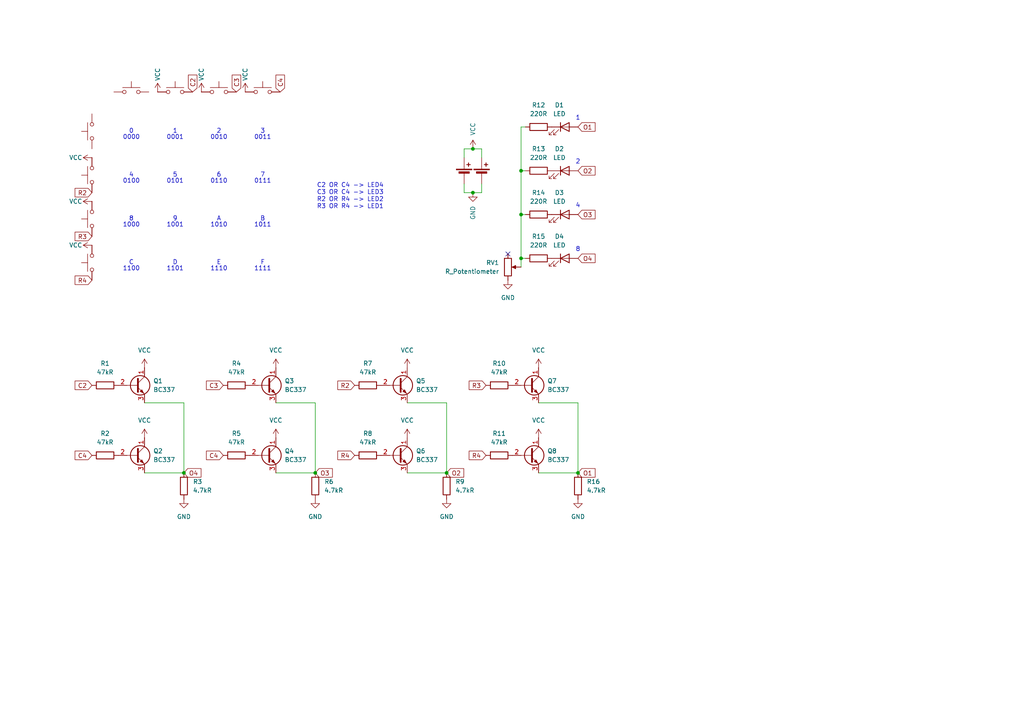
<source format=kicad_sch>
(kicad_sch
	(version 20250114)
	(generator "eeschema")
	(generator_version "9.0")
	(uuid "9cd3f9f6-1aca-4d7e-aa47-d33c8c9d7f5e")
	(paper "A4")
	(lib_symbols
		(symbol "Device:Battery_Cell"
			(pin_numbers
				(hide yes)
			)
			(pin_names
				(offset 0)
				(hide yes)
			)
			(exclude_from_sim no)
			(in_bom yes)
			(on_board yes)
			(property "Reference" "BT"
				(at 2.54 2.54 0)
				(effects
					(font
						(size 1.27 1.27)
					)
					(justify left)
				)
			)
			(property "Value" "Battery_Cell"
				(at 2.54 0 0)
				(effects
					(font
						(size 1.27 1.27)
					)
					(justify left)
				)
			)
			(property "Footprint" ""
				(at 0 1.524 90)
				(effects
					(font
						(size 1.27 1.27)
					)
					(hide yes)
				)
			)
			(property "Datasheet" "~"
				(at 0 1.524 90)
				(effects
					(font
						(size 1.27 1.27)
					)
					(hide yes)
				)
			)
			(property "Description" "Single-cell battery"
				(at 0 0 0)
				(effects
					(font
						(size 1.27 1.27)
					)
					(hide yes)
				)
			)
			(property "ki_keywords" "battery cell"
				(at 0 0 0)
				(effects
					(font
						(size 1.27 1.27)
					)
					(hide yes)
				)
			)
			(symbol "Battery_Cell_0_1"
				(rectangle
					(start -2.286 1.778)
					(end 2.286 1.524)
					(stroke
						(width 0)
						(type default)
					)
					(fill
						(type outline)
					)
				)
				(rectangle
					(start -1.524 1.016)
					(end 1.524 0.508)
					(stroke
						(width 0)
						(type default)
					)
					(fill
						(type outline)
					)
				)
				(polyline
					(pts
						(xy 0 1.778) (xy 0 2.54)
					)
					(stroke
						(width 0)
						(type default)
					)
					(fill
						(type none)
					)
				)
				(polyline
					(pts
						(xy 0 0.762) (xy 0 0)
					)
					(stroke
						(width 0)
						(type default)
					)
					(fill
						(type none)
					)
				)
				(polyline
					(pts
						(xy 0.762 3.048) (xy 1.778 3.048)
					)
					(stroke
						(width 0.254)
						(type default)
					)
					(fill
						(type none)
					)
				)
				(polyline
					(pts
						(xy 1.27 3.556) (xy 1.27 2.54)
					)
					(stroke
						(width 0.254)
						(type default)
					)
					(fill
						(type none)
					)
				)
			)
			(symbol "Battery_Cell_1_1"
				(pin passive line
					(at 0 5.08 270)
					(length 2.54)
					(name "+"
						(effects
							(font
								(size 1.27 1.27)
							)
						)
					)
					(number "1"
						(effects
							(font
								(size 1.27 1.27)
							)
						)
					)
				)
				(pin passive line
					(at 0 -2.54 90)
					(length 2.54)
					(name "-"
						(effects
							(font
								(size 1.27 1.27)
							)
						)
					)
					(number "2"
						(effects
							(font
								(size 1.27 1.27)
							)
						)
					)
				)
			)
			(embedded_fonts no)
		)
		(symbol "Device:LED"
			(pin_numbers
				(hide yes)
			)
			(pin_names
				(offset 1.016)
				(hide yes)
			)
			(exclude_from_sim no)
			(in_bom yes)
			(on_board yes)
			(property "Reference" "D"
				(at 0 2.54 0)
				(effects
					(font
						(size 1.27 1.27)
					)
				)
			)
			(property "Value" "LED"
				(at 0 -2.54 0)
				(effects
					(font
						(size 1.27 1.27)
					)
				)
			)
			(property "Footprint" ""
				(at 0 0 0)
				(effects
					(font
						(size 1.27 1.27)
					)
					(hide yes)
				)
			)
			(property "Datasheet" "~"
				(at 0 0 0)
				(effects
					(font
						(size 1.27 1.27)
					)
					(hide yes)
				)
			)
			(property "Description" "Light emitting diode"
				(at 0 0 0)
				(effects
					(font
						(size 1.27 1.27)
					)
					(hide yes)
				)
			)
			(property "Sim.Pins" "1=K 2=A"
				(at 0 0 0)
				(effects
					(font
						(size 1.27 1.27)
					)
					(hide yes)
				)
			)
			(property "ki_keywords" "LED diode"
				(at 0 0 0)
				(effects
					(font
						(size 1.27 1.27)
					)
					(hide yes)
				)
			)
			(property "ki_fp_filters" "LED* LED_SMD:* LED_THT:*"
				(at 0 0 0)
				(effects
					(font
						(size 1.27 1.27)
					)
					(hide yes)
				)
			)
			(symbol "LED_0_1"
				(polyline
					(pts
						(xy -3.048 -0.762) (xy -4.572 -2.286) (xy -3.81 -2.286) (xy -4.572 -2.286) (xy -4.572 -1.524)
					)
					(stroke
						(width 0)
						(type default)
					)
					(fill
						(type none)
					)
				)
				(polyline
					(pts
						(xy -1.778 -0.762) (xy -3.302 -2.286) (xy -2.54 -2.286) (xy -3.302 -2.286) (xy -3.302 -1.524)
					)
					(stroke
						(width 0)
						(type default)
					)
					(fill
						(type none)
					)
				)
				(polyline
					(pts
						(xy -1.27 0) (xy 1.27 0)
					)
					(stroke
						(width 0)
						(type default)
					)
					(fill
						(type none)
					)
				)
				(polyline
					(pts
						(xy -1.27 -1.27) (xy -1.27 1.27)
					)
					(stroke
						(width 0.254)
						(type default)
					)
					(fill
						(type none)
					)
				)
				(polyline
					(pts
						(xy 1.27 -1.27) (xy 1.27 1.27) (xy -1.27 0) (xy 1.27 -1.27)
					)
					(stroke
						(width 0.254)
						(type default)
					)
					(fill
						(type none)
					)
				)
			)
			(symbol "LED_1_1"
				(pin passive line
					(at -3.81 0 0)
					(length 2.54)
					(name "K"
						(effects
							(font
								(size 1.27 1.27)
							)
						)
					)
					(number "1"
						(effects
							(font
								(size 1.27 1.27)
							)
						)
					)
				)
				(pin passive line
					(at 3.81 0 180)
					(length 2.54)
					(name "A"
						(effects
							(font
								(size 1.27 1.27)
							)
						)
					)
					(number "2"
						(effects
							(font
								(size 1.27 1.27)
							)
						)
					)
				)
			)
			(embedded_fonts no)
		)
		(symbol "Device:R"
			(pin_numbers
				(hide yes)
			)
			(pin_names
				(offset 0)
			)
			(exclude_from_sim no)
			(in_bom yes)
			(on_board yes)
			(property "Reference" "R"
				(at 2.032 0 90)
				(effects
					(font
						(size 1.27 1.27)
					)
				)
			)
			(property "Value" "R"
				(at 0 0 90)
				(effects
					(font
						(size 1.27 1.27)
					)
				)
			)
			(property "Footprint" ""
				(at -1.778 0 90)
				(effects
					(font
						(size 1.27 1.27)
					)
					(hide yes)
				)
			)
			(property "Datasheet" "~"
				(at 0 0 0)
				(effects
					(font
						(size 1.27 1.27)
					)
					(hide yes)
				)
			)
			(property "Description" "Resistor"
				(at 0 0 0)
				(effects
					(font
						(size 1.27 1.27)
					)
					(hide yes)
				)
			)
			(property "ki_keywords" "R res resistor"
				(at 0 0 0)
				(effects
					(font
						(size 1.27 1.27)
					)
					(hide yes)
				)
			)
			(property "ki_fp_filters" "R_*"
				(at 0 0 0)
				(effects
					(font
						(size 1.27 1.27)
					)
					(hide yes)
				)
			)
			(symbol "R_0_1"
				(rectangle
					(start -1.016 -2.54)
					(end 1.016 2.54)
					(stroke
						(width 0.254)
						(type default)
					)
					(fill
						(type none)
					)
				)
			)
			(symbol "R_1_1"
				(pin passive line
					(at 0 3.81 270)
					(length 1.27)
					(name "~"
						(effects
							(font
								(size 1.27 1.27)
							)
						)
					)
					(number "1"
						(effects
							(font
								(size 1.27 1.27)
							)
						)
					)
				)
				(pin passive line
					(at 0 -3.81 90)
					(length 1.27)
					(name "~"
						(effects
							(font
								(size 1.27 1.27)
							)
						)
					)
					(number "2"
						(effects
							(font
								(size 1.27 1.27)
							)
						)
					)
				)
			)
			(embedded_fonts no)
		)
		(symbol "Device:R_Potentiometer"
			(pin_numbers
				(hide yes)
			)
			(pin_names
				(offset 1.016)
				(hide yes)
			)
			(exclude_from_sim no)
			(in_bom yes)
			(on_board yes)
			(property "Reference" "RV"
				(at -4.445 0 90)
				(effects
					(font
						(size 1.27 1.27)
					)
				)
			)
			(property "Value" "R_Potentiometer"
				(at -2.54 0 90)
				(effects
					(font
						(size 1.27 1.27)
					)
				)
			)
			(property "Footprint" ""
				(at 0 0 0)
				(effects
					(font
						(size 1.27 1.27)
					)
					(hide yes)
				)
			)
			(property "Datasheet" "~"
				(at 0 0 0)
				(effects
					(font
						(size 1.27 1.27)
					)
					(hide yes)
				)
			)
			(property "Description" "Potentiometer"
				(at 0 0 0)
				(effects
					(font
						(size 1.27 1.27)
					)
					(hide yes)
				)
			)
			(property "ki_keywords" "resistor variable"
				(at 0 0 0)
				(effects
					(font
						(size 1.27 1.27)
					)
					(hide yes)
				)
			)
			(property "ki_fp_filters" "Potentiometer*"
				(at 0 0 0)
				(effects
					(font
						(size 1.27 1.27)
					)
					(hide yes)
				)
			)
			(symbol "R_Potentiometer_0_1"
				(rectangle
					(start 1.016 2.54)
					(end -1.016 -2.54)
					(stroke
						(width 0.254)
						(type default)
					)
					(fill
						(type none)
					)
				)
				(polyline
					(pts
						(xy 1.143 0) (xy 2.286 0.508) (xy 2.286 -0.508) (xy 1.143 0)
					)
					(stroke
						(width 0)
						(type default)
					)
					(fill
						(type outline)
					)
				)
				(polyline
					(pts
						(xy 2.54 0) (xy 1.524 0)
					)
					(stroke
						(width 0)
						(type default)
					)
					(fill
						(type none)
					)
				)
			)
			(symbol "R_Potentiometer_1_1"
				(pin passive line
					(at 0 3.81 270)
					(length 1.27)
					(name "1"
						(effects
							(font
								(size 1.27 1.27)
							)
						)
					)
					(number "1"
						(effects
							(font
								(size 1.27 1.27)
							)
						)
					)
				)
				(pin passive line
					(at 0 -3.81 90)
					(length 1.27)
					(name "3"
						(effects
							(font
								(size 1.27 1.27)
							)
						)
					)
					(number "3"
						(effects
							(font
								(size 1.27 1.27)
							)
						)
					)
				)
				(pin passive line
					(at 3.81 0 180)
					(length 1.27)
					(name "2"
						(effects
							(font
								(size 1.27 1.27)
							)
						)
					)
					(number "2"
						(effects
							(font
								(size 1.27 1.27)
							)
						)
					)
				)
			)
			(embedded_fonts no)
		)
		(symbol "Switch:SW_Push"
			(pin_numbers
				(hide yes)
			)
			(pin_names
				(offset 1.016)
				(hide yes)
			)
			(exclude_from_sim no)
			(in_bom yes)
			(on_board yes)
			(property "Reference" "SW"
				(at 1.27 2.54 0)
				(effects
					(font
						(size 1.27 1.27)
					)
					(justify left)
				)
			)
			(property "Value" "SW_Push"
				(at 0 -1.524 0)
				(effects
					(font
						(size 1.27 1.27)
					)
				)
			)
			(property "Footprint" ""
				(at 0 5.08 0)
				(effects
					(font
						(size 1.27 1.27)
					)
					(hide yes)
				)
			)
			(property "Datasheet" "~"
				(at 0 5.08 0)
				(effects
					(font
						(size 1.27 1.27)
					)
					(hide yes)
				)
			)
			(property "Description" "Push button switch, generic, two pins"
				(at 0 0 0)
				(effects
					(font
						(size 1.27 1.27)
					)
					(hide yes)
				)
			)
			(property "ki_keywords" "switch normally-open pushbutton push-button"
				(at 0 0 0)
				(effects
					(font
						(size 1.27 1.27)
					)
					(hide yes)
				)
			)
			(symbol "SW_Push_0_1"
				(circle
					(center -2.032 0)
					(radius 0.508)
					(stroke
						(width 0)
						(type default)
					)
					(fill
						(type none)
					)
				)
				(polyline
					(pts
						(xy 0 1.27) (xy 0 3.048)
					)
					(stroke
						(width 0)
						(type default)
					)
					(fill
						(type none)
					)
				)
				(circle
					(center 2.032 0)
					(radius 0.508)
					(stroke
						(width 0)
						(type default)
					)
					(fill
						(type none)
					)
				)
				(polyline
					(pts
						(xy 2.54 1.27) (xy -2.54 1.27)
					)
					(stroke
						(width 0)
						(type default)
					)
					(fill
						(type none)
					)
				)
				(pin passive line
					(at -5.08 0 0)
					(length 2.54)
					(name "1"
						(effects
							(font
								(size 1.27 1.27)
							)
						)
					)
					(number "1"
						(effects
							(font
								(size 1.27 1.27)
							)
						)
					)
				)
				(pin passive line
					(at 5.08 0 180)
					(length 2.54)
					(name "2"
						(effects
							(font
								(size 1.27 1.27)
							)
						)
					)
					(number "2"
						(effects
							(font
								(size 1.27 1.27)
							)
						)
					)
				)
			)
			(embedded_fonts no)
		)
		(symbol "Transistor_BJT:BC337"
			(pin_names
				(offset 0)
				(hide yes)
			)
			(exclude_from_sim no)
			(in_bom yes)
			(on_board yes)
			(property "Reference" "Q"
				(at 5.08 1.905 0)
				(effects
					(font
						(size 1.27 1.27)
					)
					(justify left)
				)
			)
			(property "Value" "BC337"
				(at 5.08 0 0)
				(effects
					(font
						(size 1.27 1.27)
					)
					(justify left)
				)
			)
			(property "Footprint" "Package_TO_SOT_THT:TO-92_Inline"
				(at 5.08 -1.905 0)
				(effects
					(font
						(size 1.27 1.27)
						(italic yes)
					)
					(justify left)
					(hide yes)
				)
			)
			(property "Datasheet" "https://diotec.com/tl_files/diotec/files/pdf/datasheets/bc337.pdf"
				(at 0 0 0)
				(effects
					(font
						(size 1.27 1.27)
					)
					(justify left)
					(hide yes)
				)
			)
			(property "Description" "0.8A Ic, 45V Vce, NPN Transistor, TO-92"
				(at 0 0 0)
				(effects
					(font
						(size 1.27 1.27)
					)
					(hide yes)
				)
			)
			(property "ki_keywords" "NPN Transistor"
				(at 0 0 0)
				(effects
					(font
						(size 1.27 1.27)
					)
					(hide yes)
				)
			)
			(property "ki_fp_filters" "TO?92*"
				(at 0 0 0)
				(effects
					(font
						(size 1.27 1.27)
					)
					(hide yes)
				)
			)
			(symbol "BC337_0_1"
				(polyline
					(pts
						(xy -2.54 0) (xy 0.635 0)
					)
					(stroke
						(width 0)
						(type default)
					)
					(fill
						(type none)
					)
				)
				(polyline
					(pts
						(xy 0.635 1.905) (xy 0.635 -1.905)
					)
					(stroke
						(width 0.508)
						(type default)
					)
					(fill
						(type none)
					)
				)
				(circle
					(center 1.27 0)
					(radius 2.8194)
					(stroke
						(width 0.254)
						(type default)
					)
					(fill
						(type none)
					)
				)
			)
			(symbol "BC337_1_1"
				(polyline
					(pts
						(xy 0.635 0.635) (xy 2.54 2.54)
					)
					(stroke
						(width 0)
						(type default)
					)
					(fill
						(type none)
					)
				)
				(polyline
					(pts
						(xy 0.635 -0.635) (xy 2.54 -2.54)
					)
					(stroke
						(width 0)
						(type default)
					)
					(fill
						(type none)
					)
				)
				(polyline
					(pts
						(xy 1.27 -1.778) (xy 1.778 -1.27) (xy 2.286 -2.286) (xy 1.27 -1.778)
					)
					(stroke
						(width 0)
						(type default)
					)
					(fill
						(type outline)
					)
				)
				(pin input line
					(at -5.08 0 0)
					(length 2.54)
					(name "B"
						(effects
							(font
								(size 1.27 1.27)
							)
						)
					)
					(number "2"
						(effects
							(font
								(size 1.27 1.27)
							)
						)
					)
				)
				(pin passive line
					(at 2.54 5.08 270)
					(length 2.54)
					(name "C"
						(effects
							(font
								(size 1.27 1.27)
							)
						)
					)
					(number "1"
						(effects
							(font
								(size 1.27 1.27)
							)
						)
					)
				)
				(pin passive line
					(at 2.54 -5.08 90)
					(length 2.54)
					(name "E"
						(effects
							(font
								(size 1.27 1.27)
							)
						)
					)
					(number "3"
						(effects
							(font
								(size 1.27 1.27)
							)
						)
					)
				)
			)
			(embedded_fonts no)
		)
		(symbol "power:GND"
			(power)
			(pin_numbers
				(hide yes)
			)
			(pin_names
				(offset 0)
				(hide yes)
			)
			(exclude_from_sim no)
			(in_bom yes)
			(on_board yes)
			(property "Reference" "#PWR"
				(at 0 -6.35 0)
				(effects
					(font
						(size 1.27 1.27)
					)
					(hide yes)
				)
			)
			(property "Value" "GND"
				(at 0 -3.81 0)
				(effects
					(font
						(size 1.27 1.27)
					)
				)
			)
			(property "Footprint" ""
				(at 0 0 0)
				(effects
					(font
						(size 1.27 1.27)
					)
					(hide yes)
				)
			)
			(property "Datasheet" ""
				(at 0 0 0)
				(effects
					(font
						(size 1.27 1.27)
					)
					(hide yes)
				)
			)
			(property "Description" "Power symbol creates a global label with name \"GND\" , ground"
				(at 0 0 0)
				(effects
					(font
						(size 1.27 1.27)
					)
					(hide yes)
				)
			)
			(property "ki_keywords" "global power"
				(at 0 0 0)
				(effects
					(font
						(size 1.27 1.27)
					)
					(hide yes)
				)
			)
			(symbol "GND_0_1"
				(polyline
					(pts
						(xy 0 0) (xy 0 -1.27) (xy 1.27 -1.27) (xy 0 -2.54) (xy -1.27 -1.27) (xy 0 -1.27)
					)
					(stroke
						(width 0)
						(type default)
					)
					(fill
						(type none)
					)
				)
			)
			(symbol "GND_1_1"
				(pin power_in line
					(at 0 0 270)
					(length 0)
					(name "~"
						(effects
							(font
								(size 1.27 1.27)
							)
						)
					)
					(number "1"
						(effects
							(font
								(size 1.27 1.27)
							)
						)
					)
				)
			)
			(embedded_fonts no)
		)
		(symbol "power:VCC"
			(power)
			(pin_numbers
				(hide yes)
			)
			(pin_names
				(offset 0)
				(hide yes)
			)
			(exclude_from_sim no)
			(in_bom yes)
			(on_board yes)
			(property "Reference" "#PWR"
				(at 0 -3.81 0)
				(effects
					(font
						(size 1.27 1.27)
					)
					(hide yes)
				)
			)
			(property "Value" "VCC"
				(at 0 3.556 0)
				(effects
					(font
						(size 1.27 1.27)
					)
				)
			)
			(property "Footprint" ""
				(at 0 0 0)
				(effects
					(font
						(size 1.27 1.27)
					)
					(hide yes)
				)
			)
			(property "Datasheet" ""
				(at 0 0 0)
				(effects
					(font
						(size 1.27 1.27)
					)
					(hide yes)
				)
			)
			(property "Description" "Power symbol creates a global label with name \"VCC\""
				(at 0 0 0)
				(effects
					(font
						(size 1.27 1.27)
					)
					(hide yes)
				)
			)
			(property "ki_keywords" "global power"
				(at 0 0 0)
				(effects
					(font
						(size 1.27 1.27)
					)
					(hide yes)
				)
			)
			(symbol "VCC_0_1"
				(polyline
					(pts
						(xy -0.762 1.27) (xy 0 2.54)
					)
					(stroke
						(width 0)
						(type default)
					)
					(fill
						(type none)
					)
				)
				(polyline
					(pts
						(xy 0 2.54) (xy 0.762 1.27)
					)
					(stroke
						(width 0)
						(type default)
					)
					(fill
						(type none)
					)
				)
				(polyline
					(pts
						(xy 0 0) (xy 0 2.54)
					)
					(stroke
						(width 0)
						(type default)
					)
					(fill
						(type none)
					)
				)
			)
			(symbol "VCC_1_1"
				(pin power_in line
					(at 0 0 90)
					(length 0)
					(name "~"
						(effects
							(font
								(size 1.27 1.27)
							)
						)
					)
					(number "1"
						(effects
							(font
								(size 1.27 1.27)
							)
						)
					)
				)
			)
			(embedded_fonts no)
		)
	)
	(text "0"
		(exclude_from_sim no)
		(at 38.1 38.1 0)
		(effects
			(font
				(size 1.27 1.27)
			)
		)
		(uuid "05a434ce-c0c6-4c6a-a00c-4c02a68e514f")
	)
	(text "1110"
		(exclude_from_sim no)
		(at 63.5 77.978 0)
		(effects
			(font
				(size 1.27 1.27)
			)
		)
		(uuid "0cf19f92-8fd6-47fa-9792-64154ae1e6b8")
	)
	(text "0000"
		(exclude_from_sim no)
		(at 38.1 39.878 0)
		(effects
			(font
				(size 1.27 1.27)
			)
		)
		(uuid "1b54def2-6ce1-4d57-bced-2a132ffc5129")
	)
	(text "9"
		(exclude_from_sim no)
		(at 50.8 63.5 0)
		(effects
			(font
				(size 1.27 1.27)
			)
		)
		(uuid "2242682a-7a47-4e94-afaa-fb0dff3221ff")
	)
	(text "D"
		(exclude_from_sim no)
		(at 50.8 76.2 0)
		(effects
			(font
				(size 1.27 1.27)
			)
		)
		(uuid "25da6049-9608-43bc-914e-4dc46a72a1c3")
	)
	(text "0111"
		(exclude_from_sim no)
		(at 76.2 52.578 0)
		(effects
			(font
				(size 1.27 1.27)
			)
		)
		(uuid "26fb3b2f-2abc-4127-91af-4f03a830e51d")
	)
	(text "1"
		(exclude_from_sim no)
		(at 167.64 34.29 0)
		(effects
			(font
				(size 1.27 1.27)
			)
		)
		(uuid "351955d5-cfa7-45f7-b3ea-84e3bf12d1e4")
	)
	(text "8"
		(exclude_from_sim no)
		(at 38.1 63.5 0)
		(effects
			(font
				(size 1.27 1.27)
			)
		)
		(uuid "36025766-5d1a-43e0-bf39-4b94fcd1d7af")
	)
	(text "B"
		(exclude_from_sim no)
		(at 76.2 63.5 0)
		(effects
			(font
				(size 1.27 1.27)
			)
		)
		(uuid "42cebc4a-fe7f-4bf8-af7a-280e55fe63ea")
	)
	(text "3"
		(exclude_from_sim no)
		(at 76.2 38.1 0)
		(effects
			(font
				(size 1.27 1.27)
			)
		)
		(uuid "49d4bfad-eab2-4098-be38-933e9068c26f")
	)
	(text "F"
		(exclude_from_sim no)
		(at 76.2 76.2 0)
		(effects
			(font
				(size 1.27 1.27)
			)
		)
		(uuid "4e9043d9-2041-463d-8365-a9d22aa66740")
	)
	(text "1000"
		(exclude_from_sim no)
		(at 38.1 65.278 0)
		(effects
			(font
				(size 1.27 1.27)
			)
		)
		(uuid "57cb4bfe-7889-49f5-bfe3-fe2decdfffcc")
	)
	(text "0101"
		(exclude_from_sim no)
		(at 50.8 52.578 0)
		(effects
			(font
				(size 1.27 1.27)
			)
		)
		(uuid "5a04be2e-2361-4bbe-bdbf-6223a683eef4")
	)
	(text "2"
		(exclude_from_sim no)
		(at 63.5 38.1 0)
		(effects
			(font
				(size 1.27 1.27)
			)
		)
		(uuid "5a85787e-b5fc-43d9-a222-d88ef4b1325d")
	)
	(text "0110"
		(exclude_from_sim no)
		(at 63.5 52.578 0)
		(effects
			(font
				(size 1.27 1.27)
			)
		)
		(uuid "6399cc7e-9466-4700-8a29-2ddd706a52ab")
	)
	(text "0100"
		(exclude_from_sim no)
		(at 38.1 52.578 0)
		(effects
			(font
				(size 1.27 1.27)
			)
		)
		(uuid "685dbff7-dcca-435d-9071-c2c931ed767b")
	)
	(text "1101"
		(exclude_from_sim no)
		(at 50.8 77.978 0)
		(effects
			(font
				(size 1.27 1.27)
			)
		)
		(uuid "73c2a4ec-6805-4eb7-8264-7377fb29a948")
	)
	(text "1001"
		(exclude_from_sim no)
		(at 50.8 65.278 0)
		(effects
			(font
				(size 1.27 1.27)
			)
		)
		(uuid "74c793b9-0ca3-4e8f-81ee-2c5fb4746e47")
	)
	(text "8"
		(exclude_from_sim no)
		(at 167.64 72.39 0)
		(effects
			(font
				(size 1.27 1.27)
			)
		)
		(uuid "7c5d23e4-d5b0-4c38-9c8c-34364aea04e1")
	)
	(text "0001"
		(exclude_from_sim no)
		(at 50.8 39.878 0)
		(effects
			(font
				(size 1.27 1.27)
			)
		)
		(uuid "7da38c12-a650-479a-a9a9-e1bb8d5c3bcb")
	)
	(text "7"
		(exclude_from_sim no)
		(at 76.2 50.8 0)
		(effects
			(font
				(size 1.27 1.27)
			)
		)
		(uuid "7ea25f12-91f7-4311-8769-04243785ed2a")
	)
	(text "1"
		(exclude_from_sim no)
		(at 50.8 38.1 0)
		(effects
			(font
				(size 1.27 1.27)
			)
		)
		(uuid "80612d17-561a-4858-8bae-5a09c66d51bd")
	)
	(text "1100"
		(exclude_from_sim no)
		(at 38.1 77.978 0)
		(effects
			(font
				(size 1.27 1.27)
			)
		)
		(uuid "8e053ad5-37a5-4aa8-8657-40fdc13427e0")
	)
	(text "1010"
		(exclude_from_sim no)
		(at 63.5 65.278 0)
		(effects
			(font
				(size 1.27 1.27)
			)
		)
		(uuid "9142198a-0f09-4039-8298-cfc9074b8c7c")
	)
	(text "4"
		(exclude_from_sim no)
		(at 38.1 50.8 0)
		(effects
			(font
				(size 1.27 1.27)
			)
		)
		(uuid "9de807ee-0950-48c4-8e7b-81b6c4971e5a")
	)
	(text "4"
		(exclude_from_sim no)
		(at 167.64 59.69 0)
		(effects
			(font
				(size 1.27 1.27)
			)
		)
		(uuid "ad6fb303-39fc-4d84-8b4b-c771e2e50cc6")
	)
	(text "0011"
		(exclude_from_sim no)
		(at 76.2 39.878 0)
		(effects
			(font
				(size 1.27 1.27)
			)
		)
		(uuid "ad9fe023-7cd4-452b-a795-0ffe936cfe54")
	)
	(text "1111"
		(exclude_from_sim no)
		(at 76.2 77.978 0)
		(effects
			(font
				(size 1.27 1.27)
			)
		)
		(uuid "b1033a7e-360f-403e-a997-ba7a2dba8a31")
	)
	(text "C2 OR C4 -> LED4\nC3 OR C4 -> LED3\nR2 OR R4 -> LED2\nR3 OR R4 -> LED1"
		(exclude_from_sim no)
		(at 101.6 56.896 0)
		(effects
			(font
				(size 1.27 1.27)
			)
		)
		(uuid "bd38f9c4-495a-4730-b13d-26cae1e76385")
	)
	(text "1011"
		(exclude_from_sim no)
		(at 76.2 65.278 0)
		(effects
			(font
				(size 1.27 1.27)
			)
		)
		(uuid "bebeb5d8-75de-43c4-8ec5-628f9b6a474e")
	)
	(text "C"
		(exclude_from_sim no)
		(at 38.1 76.2 0)
		(effects
			(font
				(size 1.27 1.27)
			)
		)
		(uuid "ca28a1ff-1e73-488b-a3e3-1675ffbc68ec")
	)
	(text "E"
		(exclude_from_sim no)
		(at 63.5 76.2 0)
		(effects
			(font
				(size 1.27 1.27)
			)
		)
		(uuid "cb056a85-dd06-471c-95aa-9877347a0c2f")
	)
	(text "A"
		(exclude_from_sim no)
		(at 63.5 63.5 0)
		(effects
			(font
				(size 1.27 1.27)
			)
		)
		(uuid "d4316aa3-304b-47c8-9bef-e08a289dcffa")
	)
	(text "6"
		(exclude_from_sim no)
		(at 63.5 50.8 0)
		(effects
			(font
				(size 1.27 1.27)
			)
		)
		(uuid "e879a01e-afbe-462b-b9f7-212ae6c9f2ea")
	)
	(text "2"
		(exclude_from_sim no)
		(at 167.64 46.99 0)
		(effects
			(font
				(size 1.27 1.27)
			)
		)
		(uuid "f252f3e1-ab9b-443c-8e60-001073097509")
	)
	(text "0010"
		(exclude_from_sim no)
		(at 63.5 39.878 0)
		(effects
			(font
				(size 1.27 1.27)
			)
		)
		(uuid "f5908d5c-6884-431d-b8fd-572495fe1a8c")
	)
	(text "5"
		(exclude_from_sim no)
		(at 50.8 50.8 0)
		(effects
			(font
				(size 1.27 1.27)
			)
		)
		(uuid "fc1c0ffe-e111-4032-ab94-4ce9f37e5d7d")
	)
	(junction
		(at 137.16 55.88)
		(diameter 0)
		(color 0 0 0 0)
		(uuid "07e9de1b-904f-4974-831c-310b5637a298")
	)
	(junction
		(at 137.16 43.18)
		(diameter 0)
		(color 0 0 0 0)
		(uuid "16013820-fa99-4d4a-9c97-8097e97c1830")
	)
	(junction
		(at 129.54 137.16)
		(diameter 0)
		(color 0 0 0 0)
		(uuid "474a67de-da29-4b74-9c9b-8d633c73b18f")
	)
	(junction
		(at 53.34 137.16)
		(diameter 0)
		(color 0 0 0 0)
		(uuid "5a632651-3d53-46fc-86a7-c6957a0c30e9")
	)
	(junction
		(at 151.13 74.93)
		(diameter 0)
		(color 0 0 0 0)
		(uuid "7ca9cf1d-ea7a-42b5-a933-1cb2d2c07e4b")
	)
	(junction
		(at 151.13 49.53)
		(diameter 0)
		(color 0 0 0 0)
		(uuid "a7a6cc6a-139f-4113-aa03-891ace7fba03")
	)
	(junction
		(at 151.13 62.23)
		(diameter 0)
		(color 0 0 0 0)
		(uuid "e5f27597-a6dc-41ca-a6d1-925a800013f1")
	)
	(junction
		(at 167.64 137.16)
		(diameter 0)
		(color 0 0 0 0)
		(uuid "e6c2dc9d-5e7c-4f8c-b22c-652c83cf1fac")
	)
	(junction
		(at 91.44 137.16)
		(diameter 0)
		(color 0 0 0 0)
		(uuid "f514c0f1-79a8-4167-80df-b8e813011691")
	)
	(no_connect
		(at 147.32 73.66)
		(uuid "6b74c60e-8dcc-4cd9-8eac-2ac5ac4583ac")
	)
	(wire
		(pts
			(xy 53.34 116.84) (xy 53.34 137.16)
		)
		(stroke
			(width 0)
			(type default)
		)
		(uuid "00c471ed-26f3-4687-a528-df7de650f983")
	)
	(wire
		(pts
			(xy 151.13 74.93) (xy 151.13 77.47)
		)
		(stroke
			(width 0)
			(type default)
		)
		(uuid "022b06af-1c9d-4bf4-98a3-db6724f12a52")
	)
	(wire
		(pts
			(xy 41.91 137.16) (xy 53.34 137.16)
		)
		(stroke
			(width 0)
			(type default)
		)
		(uuid "178f18b1-c6b6-4ee8-9876-5ffa177596fb")
	)
	(wire
		(pts
			(xy 151.13 49.53) (xy 152.4 49.53)
		)
		(stroke
			(width 0)
			(type default)
		)
		(uuid "19f2f0d1-563e-49d1-b282-39827842f7d8")
	)
	(wire
		(pts
			(xy 151.13 49.53) (xy 151.13 62.23)
		)
		(stroke
			(width 0)
			(type default)
		)
		(uuid "1f4c0b8d-f006-4fc3-8a65-6dc690dcc6db")
	)
	(wire
		(pts
			(xy 151.13 74.93) (xy 152.4 74.93)
		)
		(stroke
			(width 0)
			(type default)
		)
		(uuid "4d70d625-d381-41df-9442-e3105378c5cf")
	)
	(wire
		(pts
			(xy 151.13 36.83) (xy 151.13 49.53)
		)
		(stroke
			(width 0)
			(type default)
		)
		(uuid "64bb3bb0-f170-4c22-b9cc-bdf2fd6a4a93")
	)
	(wire
		(pts
			(xy 118.11 137.16) (xy 129.54 137.16)
		)
		(stroke
			(width 0)
			(type default)
		)
		(uuid "71f228ec-2d8e-4ab4-864c-80d2e24912b4")
	)
	(wire
		(pts
			(xy 139.7 53.34) (xy 139.7 55.88)
		)
		(stroke
			(width 0)
			(type default)
		)
		(uuid "7d8886b0-dc5a-4fda-8333-c21bfc7e2d4d")
	)
	(wire
		(pts
			(xy 139.7 43.18) (xy 139.7 45.72)
		)
		(stroke
			(width 0)
			(type default)
		)
		(uuid "a06cc227-1ecd-40c7-8de2-50aaf50dde29")
	)
	(wire
		(pts
			(xy 167.64 116.84) (xy 167.64 137.16)
		)
		(stroke
			(width 0)
			(type default)
		)
		(uuid "a3bf5917-a01b-44bc-88e0-c309f12435d3")
	)
	(wire
		(pts
			(xy 129.54 116.84) (xy 129.54 137.16)
		)
		(stroke
			(width 0)
			(type default)
		)
		(uuid "a7bbaa26-f001-4e9a-834f-c75931793b1d")
	)
	(wire
		(pts
			(xy 41.91 116.84) (xy 53.34 116.84)
		)
		(stroke
			(width 0)
			(type default)
		)
		(uuid "b6cf518f-5487-4873-bfe5-d6b1cd23780d")
	)
	(wire
		(pts
			(xy 151.13 62.23) (xy 152.4 62.23)
		)
		(stroke
			(width 0)
			(type default)
		)
		(uuid "bc4bfaf4-77c1-44ec-82b9-04b261611600")
	)
	(wire
		(pts
			(xy 156.21 116.84) (xy 167.64 116.84)
		)
		(stroke
			(width 0)
			(type default)
		)
		(uuid "c1133fd8-14a4-45e1-9ecf-1dbace7909d0")
	)
	(wire
		(pts
			(xy 137.16 43.18) (xy 134.62 43.18)
		)
		(stroke
			(width 0)
			(type default)
		)
		(uuid "c44515c2-698a-4a65-9c26-3a4d2fa99726")
	)
	(wire
		(pts
			(xy 139.7 43.18) (xy 137.16 43.18)
		)
		(stroke
			(width 0)
			(type default)
		)
		(uuid "caa061ff-2277-42e0-9c71-107fc56579ac")
	)
	(wire
		(pts
			(xy 118.11 116.84) (xy 129.54 116.84)
		)
		(stroke
			(width 0)
			(type default)
		)
		(uuid "d5fd49e0-3435-41e7-8e5d-f06d1b7e8bb5")
	)
	(wire
		(pts
			(xy 151.13 62.23) (xy 151.13 74.93)
		)
		(stroke
			(width 0)
			(type default)
		)
		(uuid "d8911224-f440-4c58-9718-b1c0803f2de6")
	)
	(wire
		(pts
			(xy 91.44 116.84) (xy 91.44 137.16)
		)
		(stroke
			(width 0)
			(type default)
		)
		(uuid "da5286a8-498b-4f73-879a-ab4c85d9f456")
	)
	(wire
		(pts
			(xy 80.01 116.84) (xy 91.44 116.84)
		)
		(stroke
			(width 0)
			(type default)
		)
		(uuid "da7287bf-3064-42ce-9cc0-4533e0f56682")
	)
	(wire
		(pts
			(xy 80.01 137.16) (xy 91.44 137.16)
		)
		(stroke
			(width 0)
			(type default)
		)
		(uuid "e13a28e8-c7ee-43f5-941a-d157d6526d07")
	)
	(wire
		(pts
			(xy 134.62 43.18) (xy 134.62 45.72)
		)
		(stroke
			(width 0)
			(type default)
		)
		(uuid "ead9fea9-7819-4ff9-bd4a-d3dffc4713b2")
	)
	(wire
		(pts
			(xy 139.7 55.88) (xy 137.16 55.88)
		)
		(stroke
			(width 0)
			(type default)
		)
		(uuid "eae85563-bbf5-414b-b7e8-44549b2bad9a")
	)
	(wire
		(pts
			(xy 134.62 55.88) (xy 134.62 53.34)
		)
		(stroke
			(width 0)
			(type default)
		)
		(uuid "ee03d1fc-20b4-48b5-8cc2-795b8d4cf499")
	)
	(wire
		(pts
			(xy 156.21 137.16) (xy 167.64 137.16)
		)
		(stroke
			(width 0)
			(type default)
		)
		(uuid "f6160887-1d20-443d-87c5-88229c038be6")
	)
	(wire
		(pts
			(xy 137.16 55.88) (xy 134.62 55.88)
		)
		(stroke
			(width 0)
			(type default)
		)
		(uuid "f6adff83-1e4b-48f6-a3ba-00f39186f63b")
	)
	(wire
		(pts
			(xy 151.13 36.83) (xy 152.4 36.83)
		)
		(stroke
			(width 0)
			(type default)
		)
		(uuid "fa8c0b11-ece7-4505-b6b3-b94590b32a53")
	)
	(global_label "O2"
		(shape input)
		(at 167.64 49.53 0)
		(fields_autoplaced yes)
		(effects
			(font
				(size 1.27 1.27)
			)
			(justify left)
		)
		(uuid "022021b4-8e27-49d4-b5f2-b0ae2a0b0904")
		(property "Intersheetrefs" "${INTERSHEET_REFS}"
			(at 173.1652 49.53 0)
			(effects
				(font
					(size 1.27 1.27)
				)
				(justify left)
				(hide yes)
			)
		)
	)
	(global_label "O3"
		(shape input)
		(at 167.64 62.23 0)
		(fields_autoplaced yes)
		(effects
			(font
				(size 1.27 1.27)
			)
			(justify left)
		)
		(uuid "038bed8d-53f8-418b-a9ca-922929b74cf8")
		(property "Intersheetrefs" "${INTERSHEET_REFS}"
			(at 173.1652 62.23 0)
			(effects
				(font
					(size 1.27 1.27)
				)
				(justify left)
				(hide yes)
			)
		)
	)
	(global_label "O2"
		(shape input)
		(at 129.54 137.16 0)
		(fields_autoplaced yes)
		(effects
			(font
				(size 1.27 1.27)
			)
			(justify left)
		)
		(uuid "03c273a6-3e23-42fd-bc8a-25c563bb9fc5")
		(property "Intersheetrefs" "${INTERSHEET_REFS}"
			(at 135.0652 137.16 0)
			(effects
				(font
					(size 1.27 1.27)
				)
				(justify left)
				(hide yes)
			)
		)
	)
	(global_label "C3"
		(shape input)
		(at 68.58 26.67 90)
		(fields_autoplaced yes)
		(effects
			(font
				(size 1.27 1.27)
			)
			(justify left)
		)
		(uuid "322ebdcb-7339-4d09-8e0d-df00aae2b8d7")
		(property "Intersheetrefs" "${INTERSHEET_REFS}"
			(at 68.58 21.2053 90)
			(effects
				(font
					(size 1.27 1.27)
				)
				(justify left)
				(hide yes)
			)
		)
	)
	(global_label "C4"
		(shape input)
		(at 81.28 26.67 90)
		(fields_autoplaced yes)
		(effects
			(font
				(size 1.27 1.27)
			)
			(justify left)
		)
		(uuid "3652dadd-e535-4be8-b991-3308f2096f31")
		(property "Intersheetrefs" "${INTERSHEET_REFS}"
			(at 81.28 21.2053 90)
			(effects
				(font
					(size 1.27 1.27)
				)
				(justify left)
				(hide yes)
			)
		)
	)
	(global_label "C3"
		(shape input)
		(at 64.77 111.76 180)
		(fields_autoplaced yes)
		(effects
			(font
				(size 1.27 1.27)
			)
			(justify right)
		)
		(uuid "3cb6ae2a-19b8-48cb-863e-aa30bc6d464f")
		(property "Intersheetrefs" "${INTERSHEET_REFS}"
			(at 59.3053 111.76 0)
			(effects
				(font
					(size 1.27 1.27)
				)
				(justify right)
				(hide yes)
			)
		)
	)
	(global_label "O4"
		(shape input)
		(at 167.64 74.93 0)
		(fields_autoplaced yes)
		(effects
			(font
				(size 1.27 1.27)
			)
			(justify left)
		)
		(uuid "4224b2e1-0891-4ac2-949c-8e2da0314f26")
		(property "Intersheetrefs" "${INTERSHEET_REFS}"
			(at 173.1652 74.93 0)
			(effects
				(font
					(size 1.27 1.27)
				)
				(justify left)
				(hide yes)
			)
		)
	)
	(global_label "O3"
		(shape input)
		(at 91.44 137.16 0)
		(fields_autoplaced yes)
		(effects
			(font
				(size 1.27 1.27)
			)
			(justify left)
		)
		(uuid "43d35782-55a5-4266-89d9-fcf0dae2eca9")
		(property "Intersheetrefs" "${INTERSHEET_REFS}"
			(at 96.9652 137.16 0)
			(effects
				(font
					(size 1.27 1.27)
				)
				(justify left)
				(hide yes)
			)
		)
	)
	(global_label "R2"
		(shape input)
		(at 26.67 55.88 180)
		(fields_autoplaced yes)
		(effects
			(font
				(size 1.27 1.27)
			)
			(justify right)
		)
		(uuid "4b1c791d-166d-48c7-98f0-8635af88ead5")
		(property "Intersheetrefs" "${INTERSHEET_REFS}"
			(at 21.2053 55.88 0)
			(effects
				(font
					(size 1.27 1.27)
				)
				(justify right)
				(hide yes)
			)
		)
	)
	(global_label "R3"
		(shape input)
		(at 140.97 111.76 180)
		(fields_autoplaced yes)
		(effects
			(font
				(size 1.27 1.27)
			)
			(justify right)
		)
		(uuid "519e52a3-e1a1-406f-9ec5-b59e1930f417")
		(property "Intersheetrefs" "${INTERSHEET_REFS}"
			(at 135.5053 111.76 0)
			(effects
				(font
					(size 1.27 1.27)
				)
				(justify right)
				(hide yes)
			)
		)
	)
	(global_label "R2"
		(shape input)
		(at 102.87 111.76 180)
		(fields_autoplaced yes)
		(effects
			(font
				(size 1.27 1.27)
			)
			(justify right)
		)
		(uuid "582fd616-05cd-47b7-a348-cd9e3499ce40")
		(property "Intersheetrefs" "${INTERSHEET_REFS}"
			(at 97.4053 111.76 0)
			(effects
				(font
					(size 1.27 1.27)
				)
				(justify right)
				(hide yes)
			)
		)
	)
	(global_label "C2"
		(shape input)
		(at 55.88 26.67 90)
		(fields_autoplaced yes)
		(effects
			(font
				(size 1.27 1.27)
			)
			(justify left)
		)
		(uuid "698f1bbb-ed8d-41a5-9f7e-5f7cd0e5d0bc")
		(property "Intersheetrefs" "${INTERSHEET_REFS}"
			(at 55.88 21.2053 90)
			(effects
				(font
					(size 1.27 1.27)
				)
				(justify left)
				(hide yes)
			)
		)
	)
	(global_label "C2"
		(shape input)
		(at 26.67 111.76 180)
		(fields_autoplaced yes)
		(effects
			(font
				(size 1.27 1.27)
			)
			(justify right)
		)
		(uuid "760f58ee-bee8-48c5-8e04-251460d990ee")
		(property "Intersheetrefs" "${INTERSHEET_REFS}"
			(at 21.2053 111.76 0)
			(effects
				(font
					(size 1.27 1.27)
				)
				(justify right)
				(hide yes)
			)
		)
	)
	(global_label "R4"
		(shape input)
		(at 102.87 132.08 180)
		(fields_autoplaced yes)
		(effects
			(font
				(size 1.27 1.27)
			)
			(justify right)
		)
		(uuid "8b225326-7baf-4183-8dc1-c02a8df7586b")
		(property "Intersheetrefs" "${INTERSHEET_REFS}"
			(at 97.4053 132.08 0)
			(effects
				(font
					(size 1.27 1.27)
				)
				(justify right)
				(hide yes)
			)
		)
	)
	(global_label "O4"
		(shape input)
		(at 53.34 137.16 0)
		(fields_autoplaced yes)
		(effects
			(font
				(size 1.27 1.27)
			)
			(justify left)
		)
		(uuid "d270c0d3-ea9a-4838-85f9-138a543f6c80")
		(property "Intersheetrefs" "${INTERSHEET_REFS}"
			(at 58.8652 137.16 0)
			(effects
				(font
					(size 1.27 1.27)
				)
				(justify left)
				(hide yes)
			)
		)
	)
	(global_label "C4"
		(shape input)
		(at 64.77 132.08 180)
		(fields_autoplaced yes)
		(effects
			(font
				(size 1.27 1.27)
			)
			(justify right)
		)
		(uuid "d4cbe3a6-091d-4383-bcaf-3975c15fa786")
		(property "Intersheetrefs" "${INTERSHEET_REFS}"
			(at 59.3053 132.08 0)
			(effects
				(font
					(size 1.27 1.27)
				)
				(justify right)
				(hide yes)
			)
		)
	)
	(global_label "O1"
		(shape input)
		(at 167.64 137.16 0)
		(fields_autoplaced yes)
		(effects
			(font
				(size 1.27 1.27)
			)
			(justify left)
		)
		(uuid "d8c28064-0fff-42bc-a86c-ae43ad177ebb")
		(property "Intersheetrefs" "${INTERSHEET_REFS}"
			(at 173.1652 137.16 0)
			(effects
				(font
					(size 1.27 1.27)
				)
				(justify left)
				(hide yes)
			)
		)
	)
	(global_label "R4"
		(shape input)
		(at 140.97 132.08 180)
		(fields_autoplaced yes)
		(effects
			(font
				(size 1.27 1.27)
			)
			(justify right)
		)
		(uuid "d8ecb531-d18c-440a-8a85-7366f396040b")
		(property "Intersheetrefs" "${INTERSHEET_REFS}"
			(at 135.5053 132.08 0)
			(effects
				(font
					(size 1.27 1.27)
				)
				(justify right)
				(hide yes)
			)
		)
	)
	(global_label "C4"
		(shape input)
		(at 26.67 132.08 180)
		(fields_autoplaced yes)
		(effects
			(font
				(size 1.27 1.27)
			)
			(justify right)
		)
		(uuid "db4907f5-5a7c-443d-980c-baaf0049527d")
		(property "Intersheetrefs" "${INTERSHEET_REFS}"
			(at 21.2053 132.08 0)
			(effects
				(font
					(size 1.27 1.27)
				)
				(justify right)
				(hide yes)
			)
		)
	)
	(global_label "R3"
		(shape input)
		(at 26.67 68.58 180)
		(fields_autoplaced yes)
		(effects
			(font
				(size 1.27 1.27)
			)
			(justify right)
		)
		(uuid "eb12ea8d-1b4c-4575-b8c5-3b00df4c7a67")
		(property "Intersheetrefs" "${INTERSHEET_REFS}"
			(at 21.2053 68.58 0)
			(effects
				(font
					(size 1.27 1.27)
				)
				(justify right)
				(hide yes)
			)
		)
	)
	(global_label "O1"
		(shape input)
		(at 167.64 36.83 0)
		(fields_autoplaced yes)
		(effects
			(font
				(size 1.27 1.27)
			)
			(justify left)
		)
		(uuid "ec8d3659-9218-4d76-bc84-3798bbc49da5")
		(property "Intersheetrefs" "${INTERSHEET_REFS}"
			(at 173.1652 36.83 0)
			(effects
				(font
					(size 1.27 1.27)
				)
				(justify left)
				(hide yes)
			)
		)
	)
	(global_label "R4"
		(shape input)
		(at 26.67 81.28 180)
		(fields_autoplaced yes)
		(effects
			(font
				(size 1.27 1.27)
			)
			(justify right)
		)
		(uuid "f59adede-3ccb-4297-baa6-7e947d03e468")
		(property "Intersheetrefs" "${INTERSHEET_REFS}"
			(at 21.2053 81.28 0)
			(effects
				(font
					(size 1.27 1.27)
				)
				(justify right)
				(hide yes)
			)
		)
	)
	(symbol
		(lib_id "Device:R")
		(at 30.48 132.08 90)
		(unit 1)
		(exclude_from_sim no)
		(in_bom yes)
		(on_board yes)
		(dnp no)
		(fields_autoplaced yes)
		(uuid "00e38d1a-201e-4303-9136-67b16c28ceeb")
		(property "Reference" "R2"
			(at 30.48 125.73 90)
			(effects
				(font
					(size 1.27 1.27)
				)
			)
		)
		(property "Value" "47kR"
			(at 30.48 128.27 90)
			(effects
				(font
					(size 1.27 1.27)
				)
			)
		)
		(property "Footprint" "Resistor_THT:R_Axial_DIN0207_L6.3mm_D2.5mm_P7.62mm_Horizontal"
			(at 30.48 133.858 90)
			(effects
				(font
					(size 1.27 1.27)
				)
				(hide yes)
			)
		)
		(property "Datasheet" "~"
			(at 30.48 132.08 0)
			(effects
				(font
					(size 1.27 1.27)
				)
				(hide yes)
			)
		)
		(property "Description" "Resistor"
			(at 30.48 132.08 0)
			(effects
				(font
					(size 1.27 1.27)
				)
				(hide yes)
			)
		)
		(pin "1"
			(uuid "ca9fc4fe-7bb2-4573-8c20-e9ea1f251e3d")
		)
		(pin "2"
			(uuid "7120252f-03db-4a6f-a2e6-78775f4cdc4c")
		)
		(instances
			(project "solder"
				(path "/9cd3f9f6-1aca-4d7e-aa47-d33c8c9d7f5e"
					(reference "R2")
					(unit 1)
				)
			)
		)
	)
	(symbol
		(lib_id "Device:R")
		(at 30.48 111.76 90)
		(unit 1)
		(exclude_from_sim no)
		(in_bom yes)
		(on_board yes)
		(dnp no)
		(fields_autoplaced yes)
		(uuid "05700a70-4df7-4007-afac-a72b9aa3d36b")
		(property "Reference" "R1"
			(at 30.48 105.41 90)
			(effects
				(font
					(size 1.27 1.27)
				)
			)
		)
		(property "Value" "47kR"
			(at 30.48 107.95 90)
			(effects
				(font
					(size 1.27 1.27)
				)
			)
		)
		(property "Footprint" "Resistor_THT:R_Axial_DIN0207_L6.3mm_D2.5mm_P7.62mm_Horizontal"
			(at 30.48 113.538 90)
			(effects
				(font
					(size 1.27 1.27)
				)
				(hide yes)
			)
		)
		(property "Datasheet" "~"
			(at 30.48 111.76 0)
			(effects
				(font
					(size 1.27 1.27)
				)
				(hide yes)
			)
		)
		(property "Description" "Resistor"
			(at 30.48 111.76 0)
			(effects
				(font
					(size 1.27 1.27)
				)
				(hide yes)
			)
		)
		(pin "1"
			(uuid "a4538700-35aa-4edf-9fc7-2743c8193333")
		)
		(pin "2"
			(uuid "a80e7eff-6821-4551-9a99-c6069f4edb0d")
		)
		(instances
			(project "solder"
				(path "/9cd3f9f6-1aca-4d7e-aa47-d33c8c9d7f5e"
					(reference "R1")
					(unit 1)
				)
			)
		)
	)
	(symbol
		(lib_id "power:GND")
		(at 167.64 144.78 0)
		(unit 1)
		(exclude_from_sim no)
		(in_bom yes)
		(on_board yes)
		(dnp no)
		(fields_autoplaced yes)
		(uuid "059f0a89-c296-4e4c-b364-0e863b9adf99")
		(property "Reference" "#PWR021"
			(at 167.64 151.13 0)
			(effects
				(font
					(size 1.27 1.27)
				)
				(hide yes)
			)
		)
		(property "Value" "GND"
			(at 167.64 149.86 0)
			(effects
				(font
					(size 1.27 1.27)
				)
			)
		)
		(property "Footprint" ""
			(at 167.64 144.78 0)
			(effects
				(font
					(size 1.27 1.27)
				)
				(hide yes)
			)
		)
		(property "Datasheet" ""
			(at 167.64 144.78 0)
			(effects
				(font
					(size 1.27 1.27)
				)
				(hide yes)
			)
		)
		(property "Description" "Power symbol creates a global label with name \"GND\" , ground"
			(at 167.64 144.78 0)
			(effects
				(font
					(size 1.27 1.27)
				)
				(hide yes)
			)
		)
		(pin "1"
			(uuid "4e1a3bc3-dcb4-4eee-940a-41a93a23d755")
		)
		(instances
			(project "solder"
				(path "/9cd3f9f6-1aca-4d7e-aa47-d33c8c9d7f5e"
					(reference "#PWR021")
					(unit 1)
				)
			)
		)
	)
	(symbol
		(lib_id "Device:R")
		(at 156.21 62.23 90)
		(unit 1)
		(exclude_from_sim no)
		(in_bom yes)
		(on_board yes)
		(dnp no)
		(fields_autoplaced yes)
		(uuid "07a3e334-6124-43b1-abb0-b98d2957a939")
		(property "Reference" "R14"
			(at 156.21 55.88 90)
			(effects
				(font
					(size 1.27 1.27)
				)
			)
		)
		(property "Value" "220R"
			(at 156.21 58.42 90)
			(effects
				(font
					(size 1.27 1.27)
				)
			)
		)
		(property "Footprint" "Resistor_THT:R_Axial_DIN0207_L6.3mm_D2.5mm_P7.62mm_Horizontal"
			(at 156.21 64.008 90)
			(effects
				(font
					(size 1.27 1.27)
				)
				(hide yes)
			)
		)
		(property "Datasheet" "~"
			(at 156.21 62.23 0)
			(effects
				(font
					(size 1.27 1.27)
				)
				(hide yes)
			)
		)
		(property "Description" "Resistor"
			(at 156.21 62.23 0)
			(effects
				(font
					(size 1.27 1.27)
				)
				(hide yes)
			)
		)
		(pin "1"
			(uuid "1237f02e-c458-4240-8fe8-d48a511090c1")
		)
		(pin "2"
			(uuid "73d88793-e987-444e-b38f-74e60784925e")
		)
		(instances
			(project "solder"
				(path "/9cd3f9f6-1aca-4d7e-aa47-d33c8c9d7f5e"
					(reference "R14")
					(unit 1)
				)
			)
		)
	)
	(symbol
		(lib_id "Device:LED")
		(at 163.83 36.83 0)
		(unit 1)
		(exclude_from_sim no)
		(in_bom yes)
		(on_board yes)
		(dnp no)
		(fields_autoplaced yes)
		(uuid "083d6299-1f43-4b4e-a5b8-a5970ea4dd78")
		(property "Reference" "D1"
			(at 162.2425 30.48 0)
			(effects
				(font
					(size 1.27 1.27)
				)
			)
		)
		(property "Value" "LED"
			(at 162.2425 33.02 0)
			(effects
				(font
					(size 1.27 1.27)
				)
			)
		)
		(property "Footprint" "LED_THT:LED_D5.0mm"
			(at 163.83 36.83 0)
			(effects
				(font
					(size 1.27 1.27)
				)
				(hide yes)
			)
		)
		(property "Datasheet" "~"
			(at 163.83 36.83 0)
			(effects
				(font
					(size 1.27 1.27)
				)
				(hide yes)
			)
		)
		(property "Description" "Light emitting diode"
			(at 163.83 36.83 0)
			(effects
				(font
					(size 1.27 1.27)
				)
				(hide yes)
			)
		)
		(property "Sim.Pins" "1=K 2=A"
			(at 163.83 36.83 0)
			(effects
				(font
					(size 1.27 1.27)
				)
				(hide yes)
			)
		)
		(pin "1"
			(uuid "0f3e2963-4997-4698-9b4c-f33ae91e3f2a")
		)
		(pin "2"
			(uuid "bfded66d-270f-4ace-8c98-fa885494f12b")
		)
		(instances
			(project ""
				(path "/9cd3f9f6-1aca-4d7e-aa47-d33c8c9d7f5e"
					(reference "D1")
					(unit 1)
				)
			)
		)
	)
	(symbol
		(lib_id "Device:R")
		(at 144.78 111.76 90)
		(unit 1)
		(exclude_from_sim no)
		(in_bom yes)
		(on_board yes)
		(dnp no)
		(fields_autoplaced yes)
		(uuid "0c64feb4-91ae-40d3-bc38-3c6e2b891924")
		(property "Reference" "R10"
			(at 144.78 105.41 90)
			(effects
				(font
					(size 1.27 1.27)
				)
			)
		)
		(property "Value" "47kR"
			(at 144.78 107.95 90)
			(effects
				(font
					(size 1.27 1.27)
				)
			)
		)
		(property "Footprint" "Resistor_THT:R_Axial_DIN0207_L6.3mm_D2.5mm_P7.62mm_Horizontal"
			(at 144.78 113.538 90)
			(effects
				(font
					(size 1.27 1.27)
				)
				(hide yes)
			)
		)
		(property "Datasheet" "~"
			(at 144.78 111.76 0)
			(effects
				(font
					(size 1.27 1.27)
				)
				(hide yes)
			)
		)
		(property "Description" "Resistor"
			(at 144.78 111.76 0)
			(effects
				(font
					(size 1.27 1.27)
				)
				(hide yes)
			)
		)
		(pin "1"
			(uuid "b96ff1fd-948f-4d2e-ba6f-a3cbb32227b6")
		)
		(pin "2"
			(uuid "a4308cb8-7932-4fc9-9dfc-b0637b266d37")
		)
		(instances
			(project "solder"
				(path "/9cd3f9f6-1aca-4d7e-aa47-d33c8c9d7f5e"
					(reference "R10")
					(unit 1)
				)
			)
		)
	)
	(symbol
		(lib_id "Transistor_BJT:BC337")
		(at 39.37 111.76 0)
		(unit 1)
		(exclude_from_sim no)
		(in_bom yes)
		(on_board yes)
		(dnp no)
		(fields_autoplaced yes)
		(uuid "139cbafa-89b8-4ae5-b0ef-0fc40ef43a06")
		(property "Reference" "Q1"
			(at 44.45 110.4899 0)
			(effects
				(font
					(size 1.27 1.27)
				)
				(justify left)
			)
		)
		(property "Value" "BC337"
			(at 44.45 113.0299 0)
			(effects
				(font
					(size 1.27 1.27)
				)
				(justify left)
			)
		)
		(property "Footprint" "Package_TO_SOT_THT:TO-92_Inline"
			(at 44.45 113.665 0)
			(effects
				(font
					(size 1.27 1.27)
					(italic yes)
				)
				(justify left)
				(hide yes)
			)
		)
		(property "Datasheet" "https://diotec.com/tl_files/diotec/files/pdf/datasheets/bc337.pdf"
			(at 39.37 111.76 0)
			(effects
				(font
					(size 1.27 1.27)
				)
				(justify left)
				(hide yes)
			)
		)
		(property "Description" "0.8A Ic, 45V Vce, NPN Transistor, TO-92"
			(at 39.37 111.76 0)
			(effects
				(font
					(size 1.27 1.27)
				)
				(hide yes)
			)
		)
		(pin "1"
			(uuid "c31efca5-4847-415f-85a3-3b35d3394973")
		)
		(pin "3"
			(uuid "8855ceb1-9731-4916-86a5-15f79f7939e2")
		)
		(pin "2"
			(uuid "336cf60b-1ea7-4736-ad20-1595abf3516e")
		)
		(instances
			(project ""
				(path "/9cd3f9f6-1aca-4d7e-aa47-d33c8c9d7f5e"
					(reference "Q1")
					(unit 1)
				)
			)
		)
	)
	(symbol
		(lib_id "Switch:SW_Push")
		(at 63.5 26.67 0)
		(unit 1)
		(exclude_from_sim no)
		(in_bom yes)
		(on_board yes)
		(dnp no)
		(fields_autoplaced yes)
		(uuid "170b678f-aa6d-4151-8544-b1a7f2da36da")
		(property "Reference" "SW7"
			(at 63.5 19.05 0)
			(effects
				(font
					(size 1.27 1.27)
				)
				(hide yes)
			)
		)
		(property "Value" "SW_Push"
			(at 63.5 21.59 0)
			(effects
				(font
					(size 1.27 1.27)
				)
				(hide yes)
			)
		)
		(property "Footprint" "Button_Switch_THT:SW_PUSH_6mm"
			(at 63.5 21.59 0)
			(effects
				(font
					(size 1.27 1.27)
				)
				(hide yes)
			)
		)
		(property "Datasheet" "~"
			(at 63.5 21.59 0)
			(effects
				(font
					(size 1.27 1.27)
				)
				(hide yes)
			)
		)
		(property "Description" "Push button switch, generic, two pins"
			(at 63.5 26.67 0)
			(effects
				(font
					(size 1.27 1.27)
				)
				(hide yes)
			)
		)
		(pin "1"
			(uuid "c3711fc5-d776-4c03-87af-774389b6f3c9")
		)
		(pin "2"
			(uuid "f3b287ed-13c8-4134-a53b-efb416ceecb4")
		)
		(instances
			(project "solder"
				(path "/9cd3f9f6-1aca-4d7e-aa47-d33c8c9d7f5e"
					(reference "SW7")
					(unit 1)
				)
			)
		)
	)
	(symbol
		(lib_id "Device:R")
		(at 129.54 140.97 0)
		(unit 1)
		(exclude_from_sim no)
		(in_bom yes)
		(on_board yes)
		(dnp no)
		(fields_autoplaced yes)
		(uuid "197f460b-0f81-4f36-9fd6-c5ce246ce8df")
		(property "Reference" "R9"
			(at 132.08 139.6999 0)
			(effects
				(font
					(size 1.27 1.27)
				)
				(justify left)
			)
		)
		(property "Value" "4.7kR"
			(at 132.08 142.2399 0)
			(effects
				(font
					(size 1.27 1.27)
				)
				(justify left)
			)
		)
		(property "Footprint" "Resistor_THT:R_Axial_DIN0207_L6.3mm_D2.5mm_P7.62mm_Horizontal"
			(at 127.762 140.97 90)
			(effects
				(font
					(size 1.27 1.27)
				)
				(hide yes)
			)
		)
		(property "Datasheet" "~"
			(at 129.54 140.97 0)
			(effects
				(font
					(size 1.27 1.27)
				)
				(hide yes)
			)
		)
		(property "Description" "Resistor"
			(at 129.54 140.97 0)
			(effects
				(font
					(size 1.27 1.27)
				)
				(hide yes)
			)
		)
		(pin "1"
			(uuid "28840aad-436b-4b7f-af2a-57b6cdbab6df")
		)
		(pin "2"
			(uuid "e95618ce-b47e-4f3a-afb5-5854f9e3cd17")
		)
		(instances
			(project "solder"
				(path "/9cd3f9f6-1aca-4d7e-aa47-d33c8c9d7f5e"
					(reference "R9")
					(unit 1)
				)
			)
		)
	)
	(symbol
		(lib_id "power:GND")
		(at 91.44 144.78 0)
		(unit 1)
		(exclude_from_sim no)
		(in_bom yes)
		(on_board yes)
		(dnp no)
		(fields_autoplaced yes)
		(uuid "1cebf16e-59cd-4584-9732-d474f052e963")
		(property "Reference" "#PWR012"
			(at 91.44 151.13 0)
			(effects
				(font
					(size 1.27 1.27)
				)
				(hide yes)
			)
		)
		(property "Value" "GND"
			(at 91.44 149.86 0)
			(effects
				(font
					(size 1.27 1.27)
				)
			)
		)
		(property "Footprint" ""
			(at 91.44 144.78 0)
			(effects
				(font
					(size 1.27 1.27)
				)
				(hide yes)
			)
		)
		(property "Datasheet" ""
			(at 91.44 144.78 0)
			(effects
				(font
					(size 1.27 1.27)
				)
				(hide yes)
			)
		)
		(property "Description" "Power symbol creates a global label with name \"GND\" , ground"
			(at 91.44 144.78 0)
			(effects
				(font
					(size 1.27 1.27)
				)
				(hide yes)
			)
		)
		(pin "1"
			(uuid "49f64b4b-095f-436f-9107-31fff636c0bf")
		)
		(instances
			(project "solder"
				(path "/9cd3f9f6-1aca-4d7e-aa47-d33c8c9d7f5e"
					(reference "#PWR012")
					(unit 1)
				)
			)
		)
	)
	(symbol
		(lib_id "Device:Battery_Cell")
		(at 134.62 50.8 0)
		(unit 1)
		(exclude_from_sim no)
		(in_bom yes)
		(on_board yes)
		(dnp no)
		(fields_autoplaced yes)
		(uuid "1f6d4d1d-9821-4b80-b10e-e75031351665")
		(property "Reference" "BT1"
			(at 142.24 48.9585 90)
			(effects
				(font
					(size 1.27 1.27)
				)
				(hide yes)
			)
		)
		(property "Value" "Battery_Cell"
			(at 139.7 48.9585 90)
			(effects
				(font
					(size 1.27 1.27)
				)
				(hide yes)
			)
		)
		(property "Footprint" "Battery:BatteryHolder_Keystone_3034_1x20mm"
			(at 134.62 49.276 90)
			(effects
				(font
					(size 1.27 1.27)
				)
				(hide yes)
			)
		)
		(property "Datasheet" "~"
			(at 134.62 49.276 90)
			(effects
				(font
					(size 1.27 1.27)
				)
				(hide yes)
			)
		)
		(property "Description" "Single-cell battery"
			(at 134.62 50.8 0)
			(effects
				(font
					(size 1.27 1.27)
				)
				(hide yes)
			)
		)
		(pin "2"
			(uuid "1dc0d7fa-400c-4ff1-9293-07d9cbc57aed")
		)
		(pin "1"
			(uuid "c88e19e3-b5e3-46c4-a696-8e79e1940426")
		)
		(instances
			(project "solder"
				(path "/9cd3f9f6-1aca-4d7e-aa47-d33c8c9d7f5e"
					(reference "BT1")
					(unit 1)
				)
			)
		)
	)
	(symbol
		(lib_id "Switch:SW_Push")
		(at 50.8 26.67 0)
		(unit 1)
		(exclude_from_sim no)
		(in_bom yes)
		(on_board yes)
		(dnp no)
		(fields_autoplaced yes)
		(uuid "211de4f0-7964-47f1-876f-aeacccbf15f9")
		(property "Reference" "SW6"
			(at 50.8 19.05 0)
			(effects
				(font
					(size 1.27 1.27)
				)
				(hide yes)
			)
		)
		(property "Value" "SW_Push"
			(at 50.8 21.59 0)
			(effects
				(font
					(size 1.27 1.27)
				)
				(hide yes)
			)
		)
		(property "Footprint" "Button_Switch_THT:SW_PUSH_6mm"
			(at 50.8 21.59 0)
			(effects
				(font
					(size 1.27 1.27)
				)
				(hide yes)
			)
		)
		(property "Datasheet" "~"
			(at 50.8 21.59 0)
			(effects
				(font
					(size 1.27 1.27)
				)
				(hide yes)
			)
		)
		(property "Description" "Push button switch, generic, two pins"
			(at 50.8 26.67 0)
			(effects
				(font
					(size 1.27 1.27)
				)
				(hide yes)
			)
		)
		(pin "1"
			(uuid "e8d26a30-b37b-4458-a7ff-ed95abf4720a")
		)
		(pin "2"
			(uuid "6f8682cc-43e5-403d-8099-74e1371b9ff6")
		)
		(instances
			(project "solder"
				(path "/9cd3f9f6-1aca-4d7e-aa47-d33c8c9d7f5e"
					(reference "SW6")
					(unit 1)
				)
			)
		)
	)
	(symbol
		(lib_id "power:VCC")
		(at 58.42 26.67 0)
		(unit 1)
		(exclude_from_sim no)
		(in_bom yes)
		(on_board yes)
		(dnp no)
		(uuid "259322ca-31dd-4cc7-90fe-22eff1a979d1")
		(property "Reference" "#PWR08"
			(at 58.42 30.48 0)
			(effects
				(font
					(size 1.27 1.27)
				)
				(hide yes)
			)
		)
		(property "Value" "VCC"
			(at 58.42 21.59 90)
			(effects
				(font
					(size 1.27 1.27)
				)
			)
		)
		(property "Footprint" ""
			(at 58.42 26.67 0)
			(effects
				(font
					(size 1.27 1.27)
				)
				(hide yes)
			)
		)
		(property "Datasheet" ""
			(at 58.42 26.67 0)
			(effects
				(font
					(size 1.27 1.27)
				)
				(hide yes)
			)
		)
		(property "Description" "Power symbol creates a global label with name \"VCC\""
			(at 58.42 26.67 0)
			(effects
				(font
					(size 1.27 1.27)
				)
				(hide yes)
			)
		)
		(pin "1"
			(uuid "fa8fe656-7b02-4951-b311-79b40c0fd8f8")
		)
		(instances
			(project "solder"
				(path "/9cd3f9f6-1aca-4d7e-aa47-d33c8c9d7f5e"
					(reference "#PWR08")
					(unit 1)
				)
			)
		)
	)
	(symbol
		(lib_id "power:VCC")
		(at 137.16 43.18 0)
		(unit 1)
		(exclude_from_sim no)
		(in_bom yes)
		(on_board yes)
		(dnp no)
		(fields_autoplaced yes)
		(uuid "2879cd06-a451-40a9-b007-bbf5e85c8c78")
		(property "Reference" "#PWR016"
			(at 137.16 46.99 0)
			(effects
				(font
					(size 1.27 1.27)
				)
				(hide yes)
			)
		)
		(property "Value" "VCC"
			(at 137.1601 39.37 90)
			(effects
				(font
					(size 1.27 1.27)
				)
				(justify left)
			)
		)
		(property "Footprint" ""
			(at 137.16 43.18 0)
			(effects
				(font
					(size 1.27 1.27)
				)
				(hide yes)
			)
		)
		(property "Datasheet" ""
			(at 137.16 43.18 0)
			(effects
				(font
					(size 1.27 1.27)
				)
				(hide yes)
			)
		)
		(property "Description" "Power symbol creates a global label with name \"VCC\""
			(at 137.16 43.18 0)
			(effects
				(font
					(size 1.27 1.27)
				)
				(hide yes)
			)
		)
		(pin "1"
			(uuid "7e8d3d7c-1408-48b7-afb1-de102af9ed6b")
		)
		(instances
			(project ""
				(path "/9cd3f9f6-1aca-4d7e-aa47-d33c8c9d7f5e"
					(reference "#PWR016")
					(unit 1)
				)
			)
		)
	)
	(symbol
		(lib_id "power:VCC")
		(at 118.11 127 0)
		(unit 1)
		(exclude_from_sim no)
		(in_bom yes)
		(on_board yes)
		(dnp no)
		(fields_autoplaced yes)
		(uuid "2a03ad39-2d33-4046-96e4-699909778b88")
		(property "Reference" "#PWR014"
			(at 118.11 130.81 0)
			(effects
				(font
					(size 1.27 1.27)
				)
				(hide yes)
			)
		)
		(property "Value" "VCC"
			(at 118.11 121.92 0)
			(effects
				(font
					(size 1.27 1.27)
				)
			)
		)
		(property "Footprint" ""
			(at 118.11 127 0)
			(effects
				(font
					(size 1.27 1.27)
				)
				(hide yes)
			)
		)
		(property "Datasheet" ""
			(at 118.11 127 0)
			(effects
				(font
					(size 1.27 1.27)
				)
				(hide yes)
			)
		)
		(property "Description" "Power symbol creates a global label with name \"VCC\""
			(at 118.11 127 0)
			(effects
				(font
					(size 1.27 1.27)
				)
				(hide yes)
			)
		)
		(pin "1"
			(uuid "2015c3d7-7185-4a17-9817-44e061126dc4")
		)
		(instances
			(project "solder"
				(path "/9cd3f9f6-1aca-4d7e-aa47-d33c8c9d7f5e"
					(reference "#PWR014")
					(unit 1)
				)
			)
		)
	)
	(symbol
		(lib_id "power:VCC")
		(at 41.91 106.68 0)
		(unit 1)
		(exclude_from_sim no)
		(in_bom yes)
		(on_board yes)
		(dnp no)
		(fields_autoplaced yes)
		(uuid "2c5b32a6-6dec-441c-9d31-b6ea8119c0ea")
		(property "Reference" "#PWR04"
			(at 41.91 110.49 0)
			(effects
				(font
					(size 1.27 1.27)
				)
				(hide yes)
			)
		)
		(property "Value" "VCC"
			(at 41.91 101.6 0)
			(effects
				(font
					(size 1.27 1.27)
				)
			)
		)
		(property "Footprint" ""
			(at 41.91 106.68 0)
			(effects
				(font
					(size 1.27 1.27)
				)
				(hide yes)
			)
		)
		(property "Datasheet" ""
			(at 41.91 106.68 0)
			(effects
				(font
					(size 1.27 1.27)
				)
				(hide yes)
			)
		)
		(property "Description" "Power symbol creates a global label with name \"VCC\""
			(at 41.91 106.68 0)
			(effects
				(font
					(size 1.27 1.27)
				)
				(hide yes)
			)
		)
		(pin "1"
			(uuid "8dcbab45-b723-4fb9-8f54-f3b25647924b")
		)
		(instances
			(project ""
				(path "/9cd3f9f6-1aca-4d7e-aa47-d33c8c9d7f5e"
					(reference "#PWR04")
					(unit 1)
				)
			)
		)
	)
	(symbol
		(lib_id "power:VCC")
		(at 118.11 106.68 0)
		(unit 1)
		(exclude_from_sim no)
		(in_bom yes)
		(on_board yes)
		(dnp no)
		(fields_autoplaced yes)
		(uuid "2da27bac-cf0b-494e-842b-51777d2ec6fa")
		(property "Reference" "#PWR013"
			(at 118.11 110.49 0)
			(effects
				(font
					(size 1.27 1.27)
				)
				(hide yes)
			)
		)
		(property "Value" "VCC"
			(at 118.11 101.6 0)
			(effects
				(font
					(size 1.27 1.27)
				)
			)
		)
		(property "Footprint" ""
			(at 118.11 106.68 0)
			(effects
				(font
					(size 1.27 1.27)
				)
				(hide yes)
			)
		)
		(property "Datasheet" ""
			(at 118.11 106.68 0)
			(effects
				(font
					(size 1.27 1.27)
				)
				(hide yes)
			)
		)
		(property "Description" "Power symbol creates a global label with name \"VCC\""
			(at 118.11 106.68 0)
			(effects
				(font
					(size 1.27 1.27)
				)
				(hide yes)
			)
		)
		(pin "1"
			(uuid "7b8b5742-7831-4650-9d69-6bcae292635a")
		)
		(instances
			(project "solder"
				(path "/9cd3f9f6-1aca-4d7e-aa47-d33c8c9d7f5e"
					(reference "#PWR013")
					(unit 1)
				)
			)
		)
	)
	(symbol
		(lib_id "Transistor_BJT:BC337")
		(at 39.37 132.08 0)
		(unit 1)
		(exclude_from_sim no)
		(in_bom yes)
		(on_board yes)
		(dnp no)
		(fields_autoplaced yes)
		(uuid "3d4fb2ab-8bc7-4591-8485-43374be0c51d")
		(property "Reference" "Q2"
			(at 44.45 130.8099 0)
			(effects
				(font
					(size 1.27 1.27)
				)
				(justify left)
			)
		)
		(property "Value" "BC337"
			(at 44.45 133.3499 0)
			(effects
				(font
					(size 1.27 1.27)
				)
				(justify left)
			)
		)
		(property "Footprint" "Package_TO_SOT_THT:TO-92_Inline"
			(at 44.45 133.985 0)
			(effects
				(font
					(size 1.27 1.27)
					(italic yes)
				)
				(justify left)
				(hide yes)
			)
		)
		(property "Datasheet" "https://diotec.com/tl_files/diotec/files/pdf/datasheets/bc337.pdf"
			(at 39.37 132.08 0)
			(effects
				(font
					(size 1.27 1.27)
				)
				(justify left)
				(hide yes)
			)
		)
		(property "Description" "0.8A Ic, 45V Vce, NPN Transistor, TO-92"
			(at 39.37 132.08 0)
			(effects
				(font
					(size 1.27 1.27)
				)
				(hide yes)
			)
		)
		(pin "1"
			(uuid "1626cdfb-b6e1-47e8-ad29-7b45f78208ea")
		)
		(pin "3"
			(uuid "10709aa6-4a2b-44d3-88a8-370765f4d7c6")
		)
		(pin "2"
			(uuid "53198b69-a00c-4e78-a9ff-6e0193d2cb36")
		)
		(instances
			(project "solder"
				(path "/9cd3f9f6-1aca-4d7e-aa47-d33c8c9d7f5e"
					(reference "Q2")
					(unit 1)
				)
			)
		)
	)
	(symbol
		(lib_id "power:VCC")
		(at 26.67 45.72 90)
		(unit 1)
		(exclude_from_sim no)
		(in_bom yes)
		(on_board yes)
		(dnp no)
		(uuid "4556930f-456e-42c0-b620-84c4a8df532a")
		(property "Reference" "#PWR01"
			(at 30.48 45.72 0)
			(effects
				(font
					(size 1.27 1.27)
				)
				(hide yes)
			)
		)
		(property "Value" "VCC"
			(at 23.876 45.72 90)
			(effects
				(font
					(size 1.27 1.27)
				)
				(justify left)
			)
		)
		(property "Footprint" ""
			(at 26.67 45.72 0)
			(effects
				(font
					(size 1.27 1.27)
				)
				(hide yes)
			)
		)
		(property "Datasheet" ""
			(at 26.67 45.72 0)
			(effects
				(font
					(size 1.27 1.27)
				)
				(hide yes)
			)
		)
		(property "Description" "Power symbol creates a global label with name \"VCC\""
			(at 26.67 45.72 0)
			(effects
				(font
					(size 1.27 1.27)
				)
				(hide yes)
			)
		)
		(pin "1"
			(uuid "7d21302b-00cb-4f49-8565-62d4dfde9ecd")
		)
		(instances
			(project "solder"
				(path "/9cd3f9f6-1aca-4d7e-aa47-d33c8c9d7f5e"
					(reference "#PWR01")
					(unit 1)
				)
			)
		)
	)
	(symbol
		(lib_id "Switch:SW_Push")
		(at 26.67 63.5 90)
		(unit 1)
		(exclude_from_sim no)
		(in_bom yes)
		(on_board yes)
		(dnp no)
		(fields_autoplaced yes)
		(uuid "4d24b62a-302c-48e3-b36d-15c64bf8f570")
		(property "Reference" "SW3"
			(at 27.94 62.2299 90)
			(effects
				(font
					(size 1.27 1.27)
				)
				(justify right)
				(hide yes)
			)
		)
		(property "Value" "SW_Push"
			(at 27.94 64.7699 90)
			(effects
				(font
					(size 1.27 1.27)
				)
				(justify right)
				(hide yes)
			)
		)
		(property "Footprint" "Button_Switch_THT:SW_PUSH_6mm"
			(at 21.59 63.5 0)
			(effects
				(font
					(size 1.27 1.27)
				)
				(hide yes)
			)
		)
		(property "Datasheet" "~"
			(at 21.59 63.5 0)
			(effects
				(font
					(size 1.27 1.27)
				)
				(hide yes)
			)
		)
		(property "Description" "Push button switch, generic, two pins"
			(at 26.67 63.5 0)
			(effects
				(font
					(size 1.27 1.27)
				)
				(hide yes)
			)
		)
		(pin "1"
			(uuid "7345c537-1d12-498f-8320-b46d68d90a1d")
		)
		(pin "2"
			(uuid "a9726706-efe4-432c-ab9d-4b75d0bc3912")
		)
		(instances
			(project "solder"
				(path "/9cd3f9f6-1aca-4d7e-aa47-d33c8c9d7f5e"
					(reference "SW3")
					(unit 1)
				)
			)
		)
	)
	(symbol
		(lib_id "Device:R")
		(at 91.44 140.97 0)
		(unit 1)
		(exclude_from_sim no)
		(in_bom yes)
		(on_board yes)
		(dnp no)
		(uuid "536da9eb-51ac-422d-a77e-a19abf9513e0")
		(property "Reference" "R6"
			(at 96.774 139.7 0)
			(effects
				(font
					(size 1.27 1.27)
				)
				(justify right)
			)
		)
		(property "Value" "4.7kR"
			(at 99.568 142.24 0)
			(effects
				(font
					(size 1.27 1.27)
				)
				(justify right)
			)
		)
		(property "Footprint" "Resistor_THT:R_Axial_DIN0207_L6.3mm_D2.5mm_P7.62mm_Horizontal"
			(at 89.662 140.97 90)
			(effects
				(font
					(size 1.27 1.27)
				)
				(hide yes)
			)
		)
		(property "Datasheet" "~"
			(at 91.44 140.97 0)
			(effects
				(font
					(size 1.27 1.27)
				)
				(hide yes)
			)
		)
		(property "Description" "Resistor"
			(at 91.44 140.97 0)
			(effects
				(font
					(size 1.27 1.27)
				)
				(hide yes)
			)
		)
		(pin "1"
			(uuid "ab13d55a-293b-40f4-b1c9-651c95eae51b")
		)
		(pin "2"
			(uuid "117185cd-0b32-4ae9-8ae3-36f74cb0651c")
		)
		(instances
			(project "solder"
				(path "/9cd3f9f6-1aca-4d7e-aa47-d33c8c9d7f5e"
					(reference "R6")
					(unit 1)
				)
			)
		)
	)
	(symbol
		(lib_id "power:VCC")
		(at 80.01 106.68 0)
		(unit 1)
		(exclude_from_sim no)
		(in_bom yes)
		(on_board yes)
		(dnp no)
		(fields_autoplaced yes)
		(uuid "56f44e04-2555-4f80-a145-0150ac3675f4")
		(property "Reference" "#PWR010"
			(at 80.01 110.49 0)
			(effects
				(font
					(size 1.27 1.27)
				)
				(hide yes)
			)
		)
		(property "Value" "VCC"
			(at 80.01 101.6 0)
			(effects
				(font
					(size 1.27 1.27)
				)
			)
		)
		(property "Footprint" ""
			(at 80.01 106.68 0)
			(effects
				(font
					(size 1.27 1.27)
				)
				(hide yes)
			)
		)
		(property "Datasheet" ""
			(at 80.01 106.68 0)
			(effects
				(font
					(size 1.27 1.27)
				)
				(hide yes)
			)
		)
		(property "Description" "Power symbol creates a global label with name \"VCC\""
			(at 80.01 106.68 0)
			(effects
				(font
					(size 1.27 1.27)
				)
				(hide yes)
			)
		)
		(pin "1"
			(uuid "1dfc751b-fdeb-4148-9548-7ad4a54a3979")
		)
		(instances
			(project "solder"
				(path "/9cd3f9f6-1aca-4d7e-aa47-d33c8c9d7f5e"
					(reference "#PWR010")
					(unit 1)
				)
			)
		)
	)
	(symbol
		(lib_id "Device:R")
		(at 68.58 111.76 90)
		(unit 1)
		(exclude_from_sim no)
		(in_bom yes)
		(on_board yes)
		(dnp no)
		(fields_autoplaced yes)
		(uuid "5dc3533b-a1e1-40bc-8386-41aea36b7973")
		(property "Reference" "R4"
			(at 68.58 105.41 90)
			(effects
				(font
					(size 1.27 1.27)
				)
			)
		)
		(property "Value" "47kR"
			(at 68.58 107.95 90)
			(effects
				(font
					(size 1.27 1.27)
				)
			)
		)
		(property "Footprint" "Resistor_THT:R_Axial_DIN0207_L6.3mm_D2.5mm_P7.62mm_Horizontal"
			(at 68.58 113.538 90)
			(effects
				(font
					(size 1.27 1.27)
				)
				(hide yes)
			)
		)
		(property "Datasheet" "~"
			(at 68.58 111.76 0)
			(effects
				(font
					(size 1.27 1.27)
				)
				(hide yes)
			)
		)
		(property "Description" "Resistor"
			(at 68.58 111.76 0)
			(effects
				(font
					(size 1.27 1.27)
				)
				(hide yes)
			)
		)
		(pin "1"
			(uuid "70b4299f-aac5-4efe-96de-2e717306a28d")
		)
		(pin "2"
			(uuid "a7c8e14c-0e75-4360-97c7-29ca62e88b01")
		)
		(instances
			(project "solder"
				(path "/9cd3f9f6-1aca-4d7e-aa47-d33c8c9d7f5e"
					(reference "R4")
					(unit 1)
				)
			)
		)
	)
	(symbol
		(lib_id "power:GND")
		(at 137.16 55.88 0)
		(unit 1)
		(exclude_from_sim no)
		(in_bom yes)
		(on_board yes)
		(dnp no)
		(fields_autoplaced yes)
		(uuid "750d054d-cd6b-4fcf-973b-e24b1b42724d")
		(property "Reference" "#PWR017"
			(at 137.16 62.23 0)
			(effects
				(font
					(size 1.27 1.27)
				)
				(hide yes)
			)
		)
		(property "Value" "GND"
			(at 137.1601 59.69 90)
			(effects
				(font
					(size 1.27 1.27)
				)
				(justify right)
			)
		)
		(property "Footprint" ""
			(at 137.16 55.88 0)
			(effects
				(font
					(size 1.27 1.27)
				)
				(hide yes)
			)
		)
		(property "Datasheet" ""
			(at 137.16 55.88 0)
			(effects
				(font
					(size 1.27 1.27)
				)
				(hide yes)
			)
		)
		(property "Description" "Power symbol creates a global label with name \"GND\" , ground"
			(at 137.16 55.88 0)
			(effects
				(font
					(size 1.27 1.27)
				)
				(hide yes)
			)
		)
		(pin "1"
			(uuid "7c2fb824-ae4c-4777-959a-3eabbadeebf2")
		)
		(instances
			(project "solder"
				(path "/9cd3f9f6-1aca-4d7e-aa47-d33c8c9d7f5e"
					(reference "#PWR017")
					(unit 1)
				)
			)
		)
	)
	(symbol
		(lib_id "Device:R")
		(at 156.21 36.83 90)
		(unit 1)
		(exclude_from_sim no)
		(in_bom yes)
		(on_board yes)
		(dnp no)
		(fields_autoplaced yes)
		(uuid "7531f206-a245-4bf9-bdce-8773a23ebba7")
		(property "Reference" "R12"
			(at 156.21 30.48 90)
			(effects
				(font
					(size 1.27 1.27)
				)
			)
		)
		(property "Value" "220R"
			(at 156.21 33.02 90)
			(effects
				(font
					(size 1.27 1.27)
				)
			)
		)
		(property "Footprint" "Resistor_THT:R_Axial_DIN0207_L6.3mm_D2.5mm_P7.62mm_Horizontal"
			(at 156.21 38.608 90)
			(effects
				(font
					(size 1.27 1.27)
				)
				(hide yes)
			)
		)
		(property "Datasheet" "~"
			(at 156.21 36.83 0)
			(effects
				(font
					(size 1.27 1.27)
				)
				(hide yes)
			)
		)
		(property "Description" "Resistor"
			(at 156.21 36.83 0)
			(effects
				(font
					(size 1.27 1.27)
				)
				(hide yes)
			)
		)
		(pin "1"
			(uuid "ac1a8a40-7254-4754-bdaf-dc3e2c07e2ec")
		)
		(pin "2"
			(uuid "1fa33dcb-4cee-4a69-a93b-d8e089a7423d")
		)
		(instances
			(project ""
				(path "/9cd3f9f6-1aca-4d7e-aa47-d33c8c9d7f5e"
					(reference "R12")
					(unit 1)
				)
			)
		)
	)
	(symbol
		(lib_id "Transistor_BJT:BC337")
		(at 77.47 111.76 0)
		(unit 1)
		(exclude_from_sim no)
		(in_bom yes)
		(on_board yes)
		(dnp no)
		(fields_autoplaced yes)
		(uuid "7d12b098-ea3f-40b6-a5ad-b5977b735f68")
		(property "Reference" "Q3"
			(at 82.55 110.4899 0)
			(effects
				(font
					(size 1.27 1.27)
				)
				(justify left)
			)
		)
		(property "Value" "BC337"
			(at 82.55 113.0299 0)
			(effects
				(font
					(size 1.27 1.27)
				)
				(justify left)
			)
		)
		(property "Footprint" "Package_TO_SOT_THT:TO-92_Inline"
			(at 82.55 113.665 0)
			(effects
				(font
					(size 1.27 1.27)
					(italic yes)
				)
				(justify left)
				(hide yes)
			)
		)
		(property "Datasheet" "https://diotec.com/tl_files/diotec/files/pdf/datasheets/bc337.pdf"
			(at 77.47 111.76 0)
			(effects
				(font
					(size 1.27 1.27)
				)
				(justify left)
				(hide yes)
			)
		)
		(property "Description" "0.8A Ic, 45V Vce, NPN Transistor, TO-92"
			(at 77.47 111.76 0)
			(effects
				(font
					(size 1.27 1.27)
				)
				(hide yes)
			)
		)
		(pin "1"
			(uuid "9a49639a-1324-4219-bc5b-5b77a934322d")
		)
		(pin "3"
			(uuid "44d79110-f582-4df6-b034-b130c6561264")
		)
		(pin "2"
			(uuid "765551db-a1ca-4873-9ce2-853a232f1f2b")
		)
		(instances
			(project "solder"
				(path "/9cd3f9f6-1aca-4d7e-aa47-d33c8c9d7f5e"
					(reference "Q3")
					(unit 1)
				)
			)
		)
	)
	(symbol
		(lib_id "Device:R")
		(at 106.68 132.08 90)
		(unit 1)
		(exclude_from_sim no)
		(in_bom yes)
		(on_board yes)
		(dnp no)
		(fields_autoplaced yes)
		(uuid "866b17e9-7b62-49a5-89cb-e4a88c1d3b87")
		(property "Reference" "R8"
			(at 106.68 125.73 90)
			(effects
				(font
					(size 1.27 1.27)
				)
			)
		)
		(property "Value" "47kR"
			(at 106.68 128.27 90)
			(effects
				(font
					(size 1.27 1.27)
				)
			)
		)
		(property "Footprint" "Resistor_THT:R_Axial_DIN0207_L6.3mm_D2.5mm_P7.62mm_Horizontal"
			(at 106.68 133.858 90)
			(effects
				(font
					(size 1.27 1.27)
				)
				(hide yes)
			)
		)
		(property "Datasheet" "~"
			(at 106.68 132.08 0)
			(effects
				(font
					(size 1.27 1.27)
				)
				(hide yes)
			)
		)
		(property "Description" "Resistor"
			(at 106.68 132.08 0)
			(effects
				(font
					(size 1.27 1.27)
				)
				(hide yes)
			)
		)
		(pin "1"
			(uuid "59da4956-aa83-433e-a30c-91cd8b67ca05")
		)
		(pin "2"
			(uuid "d0dea143-b2c0-419a-bf4f-570ba5adc9af")
		)
		(instances
			(project "solder"
				(path "/9cd3f9f6-1aca-4d7e-aa47-d33c8c9d7f5e"
					(reference "R8")
					(unit 1)
				)
			)
		)
	)
	(symbol
		(lib_id "Switch:SW_Push")
		(at 26.67 76.2 90)
		(unit 1)
		(exclude_from_sim no)
		(in_bom yes)
		(on_board yes)
		(dnp no)
		(fields_autoplaced yes)
		(uuid "a4e947fc-233a-4f47-866a-d83cbb055700")
		(property "Reference" "SW4"
			(at 27.94 74.9299 90)
			(effects
				(font
					(size 1.27 1.27)
				)
				(justify right)
				(hide yes)
			)
		)
		(property "Value" "SW_Push"
			(at 27.94 77.4699 90)
			(effects
				(font
					(size 1.27 1.27)
				)
				(justify right)
				(hide yes)
			)
		)
		(property "Footprint" "Button_Switch_THT:SW_PUSH_6mm"
			(at 21.59 76.2 0)
			(effects
				(font
					(size 1.27 1.27)
				)
				(hide yes)
			)
		)
		(property "Datasheet" "~"
			(at 21.59 76.2 0)
			(effects
				(font
					(size 1.27 1.27)
				)
				(hide yes)
			)
		)
		(property "Description" "Push button switch, generic, two pins"
			(at 26.67 76.2 0)
			(effects
				(font
					(size 1.27 1.27)
				)
				(hide yes)
			)
		)
		(pin "1"
			(uuid "7f67db6b-62c7-4ae8-b6de-f059b5fa93cd")
		)
		(pin "2"
			(uuid "2a46cac7-5036-4f7e-b298-272910b385ad")
		)
		(instances
			(project "solder"
				(path "/9cd3f9f6-1aca-4d7e-aa47-d33c8c9d7f5e"
					(reference "SW4")
					(unit 1)
				)
			)
		)
	)
	(symbol
		(lib_id "Transistor_BJT:BC337")
		(at 115.57 111.76 0)
		(unit 1)
		(exclude_from_sim no)
		(in_bom yes)
		(on_board yes)
		(dnp no)
		(fields_autoplaced yes)
		(uuid "a56a9792-826a-4f33-886e-94b30ac1d60f")
		(property "Reference" "Q5"
			(at 120.65 110.4899 0)
			(effects
				(font
					(size 1.27 1.27)
				)
				(justify left)
			)
		)
		(property "Value" "BC337"
			(at 120.65 113.0299 0)
			(effects
				(font
					(size 1.27 1.27)
				)
				(justify left)
			)
		)
		(property "Footprint" "Package_TO_SOT_THT:TO-92_Inline"
			(at 120.65 113.665 0)
			(effects
				(font
					(size 1.27 1.27)
					(italic yes)
				)
				(justify left)
				(hide yes)
			)
		)
		(property "Datasheet" "https://diotec.com/tl_files/diotec/files/pdf/datasheets/bc337.pdf"
			(at 115.57 111.76 0)
			(effects
				(font
					(size 1.27 1.27)
				)
				(justify left)
				(hide yes)
			)
		)
		(property "Description" "0.8A Ic, 45V Vce, NPN Transistor, TO-92"
			(at 115.57 111.76 0)
			(effects
				(font
					(size 1.27 1.27)
				)
				(hide yes)
			)
		)
		(pin "1"
			(uuid "b7eae4e1-93b9-4de7-8e06-0105db8b63fb")
		)
		(pin "3"
			(uuid "40e44064-f92e-4963-8714-9c29ac969cc2")
		)
		(pin "2"
			(uuid "3b0c5742-f186-4f95-9e49-08c3423b99d4")
		)
		(instances
			(project "solder"
				(path "/9cd3f9f6-1aca-4d7e-aa47-d33c8c9d7f5e"
					(reference "Q5")
					(unit 1)
				)
			)
		)
	)
	(symbol
		(lib_id "Transistor_BJT:BC337")
		(at 153.67 111.76 0)
		(unit 1)
		(exclude_from_sim no)
		(in_bom yes)
		(on_board yes)
		(dnp no)
		(fields_autoplaced yes)
		(uuid "a7bf8e70-ea38-4ff2-b578-64c5f65da207")
		(property "Reference" "Q7"
			(at 158.75 110.4899 0)
			(effects
				(font
					(size 1.27 1.27)
				)
				(justify left)
			)
		)
		(property "Value" "BC337"
			(at 158.75 113.0299 0)
			(effects
				(font
					(size 1.27 1.27)
				)
				(justify left)
			)
		)
		(property "Footprint" "Package_TO_SOT_THT:TO-92_Inline"
			(at 158.75 113.665 0)
			(effects
				(font
					(size 1.27 1.27)
					(italic yes)
				)
				(justify left)
				(hide yes)
			)
		)
		(property "Datasheet" "https://diotec.com/tl_files/diotec/files/pdf/datasheets/bc337.pdf"
			(at 153.67 111.76 0)
			(effects
				(font
					(size 1.27 1.27)
				)
				(justify left)
				(hide yes)
			)
		)
		(property "Description" "0.8A Ic, 45V Vce, NPN Transistor, TO-92"
			(at 153.67 111.76 0)
			(effects
				(font
					(size 1.27 1.27)
				)
				(hide yes)
			)
		)
		(pin "1"
			(uuid "5cd368c1-f9da-44e7-9788-7beacc14354d")
		)
		(pin "3"
			(uuid "75878b49-21cd-44ae-b523-98976ddfc0cc")
		)
		(pin "2"
			(uuid "15703fcb-78a6-45b5-806a-ee7dbc1a7a44")
		)
		(instances
			(project "solder"
				(path "/9cd3f9f6-1aca-4d7e-aa47-d33c8c9d7f5e"
					(reference "Q7")
					(unit 1)
				)
			)
		)
	)
	(symbol
		(lib_id "Transistor_BJT:BC337")
		(at 77.47 132.08 0)
		(unit 1)
		(exclude_from_sim no)
		(in_bom yes)
		(on_board yes)
		(dnp no)
		(fields_autoplaced yes)
		(uuid "a7cbd81f-eea8-45ba-9cb5-533f2316c14f")
		(property "Reference" "Q4"
			(at 82.55 130.8099 0)
			(effects
				(font
					(size 1.27 1.27)
				)
				(justify left)
			)
		)
		(property "Value" "BC337"
			(at 82.55 133.3499 0)
			(effects
				(font
					(size 1.27 1.27)
				)
				(justify left)
			)
		)
		(property "Footprint" "Package_TO_SOT_THT:TO-92_Inline"
			(at 82.55 133.985 0)
			(effects
				(font
					(size 1.27 1.27)
					(italic yes)
				)
				(justify left)
				(hide yes)
			)
		)
		(property "Datasheet" "https://diotec.com/tl_files/diotec/files/pdf/datasheets/bc337.pdf"
			(at 77.47 132.08 0)
			(effects
				(font
					(size 1.27 1.27)
				)
				(justify left)
				(hide yes)
			)
		)
		(property "Description" "0.8A Ic, 45V Vce, NPN Transistor, TO-92"
			(at 77.47 132.08 0)
			(effects
				(font
					(size 1.27 1.27)
				)
				(hide yes)
			)
		)
		(pin "1"
			(uuid "42ffaf80-f645-41e2-8e07-4f52eade4542")
		)
		(pin "3"
			(uuid "12502bc7-8786-43c2-8fa0-a0e2ea7ab34e")
		)
		(pin "2"
			(uuid "3a6900d1-d2a2-474a-b00f-aa2a8744e8a6")
		)
		(instances
			(project "solder"
				(path "/9cd3f9f6-1aca-4d7e-aa47-d33c8c9d7f5e"
					(reference "Q4")
					(unit 1)
				)
			)
		)
	)
	(symbol
		(lib_id "Device:R")
		(at 106.68 111.76 90)
		(unit 1)
		(exclude_from_sim no)
		(in_bom yes)
		(on_board yes)
		(dnp no)
		(fields_autoplaced yes)
		(uuid "a8f8703f-159b-4b4e-9c4d-a6aa54357538")
		(property "Reference" "R7"
			(at 106.68 105.41 90)
			(effects
				(font
					(size 1.27 1.27)
				)
			)
		)
		(property "Value" "47kR"
			(at 106.68 107.95 90)
			(effects
				(font
					(size 1.27 1.27)
				)
			)
		)
		(property "Footprint" "Resistor_THT:R_Axial_DIN0207_L6.3mm_D2.5mm_P7.62mm_Horizontal"
			(at 106.68 113.538 90)
			(effects
				(font
					(size 1.27 1.27)
				)
				(hide yes)
			)
		)
		(property "Datasheet" "~"
			(at 106.68 111.76 0)
			(effects
				(font
					(size 1.27 1.27)
				)
				(hide yes)
			)
		)
		(property "Description" "Resistor"
			(at 106.68 111.76 0)
			(effects
				(font
					(size 1.27 1.27)
				)
				(hide yes)
			)
		)
		(pin "1"
			(uuid "6939a59f-380d-44ba-ad7f-1be637884faf")
		)
		(pin "2"
			(uuid "500fff5d-a5fe-4da2-876b-0523fc11d40a")
		)
		(instances
			(project "solder"
				(path "/9cd3f9f6-1aca-4d7e-aa47-d33c8c9d7f5e"
					(reference "R7")
					(unit 1)
				)
			)
		)
	)
	(symbol
		(lib_id "power:VCC")
		(at 156.21 127 0)
		(unit 1)
		(exclude_from_sim no)
		(in_bom yes)
		(on_board yes)
		(dnp no)
		(fields_autoplaced yes)
		(uuid "aac1b2b3-5cfe-402c-a81e-250f07457816")
		(property "Reference" "#PWR020"
			(at 156.21 130.81 0)
			(effects
				(font
					(size 1.27 1.27)
				)
				(hide yes)
			)
		)
		(property "Value" "VCC"
			(at 156.21 121.92 0)
			(effects
				(font
					(size 1.27 1.27)
				)
			)
		)
		(property "Footprint" ""
			(at 156.21 127 0)
			(effects
				(font
					(size 1.27 1.27)
				)
				(hide yes)
			)
		)
		(property "Datasheet" ""
			(at 156.21 127 0)
			(effects
				(font
					(size 1.27 1.27)
				)
				(hide yes)
			)
		)
		(property "Description" "Power symbol creates a global label with name \"VCC\""
			(at 156.21 127 0)
			(effects
				(font
					(size 1.27 1.27)
				)
				(hide yes)
			)
		)
		(pin "1"
			(uuid "89381a76-6e70-42eb-8677-8ab5f757370f")
		)
		(instances
			(project "solder"
				(path "/9cd3f9f6-1aca-4d7e-aa47-d33c8c9d7f5e"
					(reference "#PWR020")
					(unit 1)
				)
			)
		)
	)
	(symbol
		(lib_id "Device:R")
		(at 68.58 132.08 90)
		(unit 1)
		(exclude_from_sim no)
		(in_bom yes)
		(on_board yes)
		(dnp no)
		(fields_autoplaced yes)
		(uuid "af4d5b01-52f0-457e-b44a-747b401c1f50")
		(property "Reference" "R5"
			(at 68.58 125.73 90)
			(effects
				(font
					(size 1.27 1.27)
				)
			)
		)
		(property "Value" "47kR"
			(at 68.58 128.27 90)
			(effects
				(font
					(size 1.27 1.27)
				)
			)
		)
		(property "Footprint" "Resistor_THT:R_Axial_DIN0207_L6.3mm_D2.5mm_P7.62mm_Horizontal"
			(at 68.58 133.858 90)
			(effects
				(font
					(size 1.27 1.27)
				)
				(hide yes)
			)
		)
		(property "Datasheet" "~"
			(at 68.58 132.08 0)
			(effects
				(font
					(size 1.27 1.27)
				)
				(hide yes)
			)
		)
		(property "Description" "Resistor"
			(at 68.58 132.08 0)
			(effects
				(font
					(size 1.27 1.27)
				)
				(hide yes)
			)
		)
		(pin "1"
			(uuid "86376367-2c78-4717-8891-c4126cf26d96")
		)
		(pin "2"
			(uuid "fe219363-14c0-4184-91d2-dbc760b3d7e8")
		)
		(instances
			(project "solder"
				(path "/9cd3f9f6-1aca-4d7e-aa47-d33c8c9d7f5e"
					(reference "R5")
					(unit 1)
				)
			)
		)
	)
	(symbol
		(lib_id "Device:LED")
		(at 163.83 49.53 0)
		(unit 1)
		(exclude_from_sim no)
		(in_bom yes)
		(on_board yes)
		(dnp no)
		(fields_autoplaced yes)
		(uuid "b1bc1cc6-bcc4-45e7-ba97-6c3ddd685e9e")
		(property "Reference" "D2"
			(at 162.2425 43.18 0)
			(effects
				(font
					(size 1.27 1.27)
				)
			)
		)
		(property "Value" "LED"
			(at 162.2425 45.72 0)
			(effects
				(font
					(size 1.27 1.27)
				)
			)
		)
		(property "Footprint" "LED_THT:LED_D5.0mm"
			(at 163.83 49.53 0)
			(effects
				(font
					(size 1.27 1.27)
				)
				(hide yes)
			)
		)
		(property "Datasheet" "~"
			(at 163.83 49.53 0)
			(effects
				(font
					(size 1.27 1.27)
				)
				(hide yes)
			)
		)
		(property "Description" "Light emitting diode"
			(at 163.83 49.53 0)
			(effects
				(font
					(size 1.27 1.27)
				)
				(hide yes)
			)
		)
		(property "Sim.Pins" "1=K 2=A"
			(at 163.83 49.53 0)
			(effects
				(font
					(size 1.27 1.27)
				)
				(hide yes)
			)
		)
		(pin "1"
			(uuid "321b9c41-48a9-4202-86e9-13e5bfe0807f")
		)
		(pin "2"
			(uuid "4379f00b-c1e5-429c-8af8-e7aadffb5181")
		)
		(instances
			(project "solder"
				(path "/9cd3f9f6-1aca-4d7e-aa47-d33c8c9d7f5e"
					(reference "D2")
					(unit 1)
				)
			)
		)
	)
	(symbol
		(lib_id "Device:R")
		(at 156.21 74.93 90)
		(unit 1)
		(exclude_from_sim no)
		(in_bom yes)
		(on_board yes)
		(dnp no)
		(fields_autoplaced yes)
		(uuid "b41c8a1b-3a8b-4568-b939-e013f8b33bfa")
		(property "Reference" "R15"
			(at 156.21 68.58 90)
			(effects
				(font
					(size 1.27 1.27)
				)
			)
		)
		(property "Value" "220R"
			(at 156.21 71.12 90)
			(effects
				(font
					(size 1.27 1.27)
				)
			)
		)
		(property "Footprint" "Resistor_THT:R_Axial_DIN0207_L6.3mm_D2.5mm_P7.62mm_Horizontal"
			(at 156.21 76.708 90)
			(effects
				(font
					(size 1.27 1.27)
				)
				(hide yes)
			)
		)
		(property "Datasheet" "~"
			(at 156.21 74.93 0)
			(effects
				(font
					(size 1.27 1.27)
				)
				(hide yes)
			)
		)
		(property "Description" "Resistor"
			(at 156.21 74.93 0)
			(effects
				(font
					(size 1.27 1.27)
				)
				(hide yes)
			)
		)
		(pin "1"
			(uuid "9f897e05-fdba-46d1-95a4-02ae22188420")
		)
		(pin "2"
			(uuid "f19559c1-82df-454b-8292-0125b68c3b6a")
		)
		(instances
			(project "solder"
				(path "/9cd3f9f6-1aca-4d7e-aa47-d33c8c9d7f5e"
					(reference "R15")
					(unit 1)
				)
			)
		)
	)
	(symbol
		(lib_id "power:GND")
		(at 53.34 144.78 0)
		(unit 1)
		(exclude_from_sim no)
		(in_bom yes)
		(on_board yes)
		(dnp no)
		(fields_autoplaced yes)
		(uuid "b70192a9-8c0b-478a-942f-440a8796de23")
		(property "Reference" "#PWR07"
			(at 53.34 151.13 0)
			(effects
				(font
					(size 1.27 1.27)
				)
				(hide yes)
			)
		)
		(property "Value" "GND"
			(at 53.34 149.86 0)
			(effects
				(font
					(size 1.27 1.27)
				)
			)
		)
		(property "Footprint" ""
			(at 53.34 144.78 0)
			(effects
				(font
					(size 1.27 1.27)
				)
				(hide yes)
			)
		)
		(property "Datasheet" ""
			(at 53.34 144.78 0)
			(effects
				(font
					(size 1.27 1.27)
				)
				(hide yes)
			)
		)
		(property "Description" "Power symbol creates a global label with name \"GND\" , ground"
			(at 53.34 144.78 0)
			(effects
				(font
					(size 1.27 1.27)
				)
				(hide yes)
			)
		)
		(pin "1"
			(uuid "c6299d31-7f47-4891-8410-6febcb308110")
		)
		(instances
			(project "solder"
				(path "/9cd3f9f6-1aca-4d7e-aa47-d33c8c9d7f5e"
					(reference "#PWR07")
					(unit 1)
				)
			)
		)
	)
	(symbol
		(lib_id "Switch:SW_Push")
		(at 26.67 50.8 90)
		(unit 1)
		(exclude_from_sim no)
		(in_bom yes)
		(on_board yes)
		(dnp no)
		(fields_autoplaced yes)
		(uuid "b7c8b187-5fee-4720-972f-a4337e62faaa")
		(property "Reference" "SW2"
			(at 27.94 49.5299 90)
			(effects
				(font
					(size 1.27 1.27)
				)
				(justify right)
				(hide yes)
			)
		)
		(property "Value" "SW_Push"
			(at 27.94 52.0699 90)
			(effects
				(font
					(size 1.27 1.27)
				)
				(justify right)
				(hide yes)
			)
		)
		(property "Footprint" "Button_Switch_THT:SW_PUSH_6mm"
			(at 21.59 50.8 0)
			(effects
				(font
					(size 1.27 1.27)
				)
				(hide yes)
			)
		)
		(property "Datasheet" "~"
			(at 21.59 50.8 0)
			(effects
				(font
					(size 1.27 1.27)
				)
				(hide yes)
			)
		)
		(property "Description" "Push button switch, generic, two pins"
			(at 26.67 50.8 0)
			(effects
				(font
					(size 1.27 1.27)
				)
				(hide yes)
			)
		)
		(pin "1"
			(uuid "595fa2f9-1e65-444c-a359-3ce3b47288c0")
		)
		(pin "2"
			(uuid "906c9743-e1b3-4962-830e-b31eb93f6d01")
		)
		(instances
			(project "solder"
				(path "/9cd3f9f6-1aca-4d7e-aa47-d33c8c9d7f5e"
					(reference "SW2")
					(unit 1)
				)
			)
		)
	)
	(symbol
		(lib_id "Device:LED")
		(at 163.83 62.23 0)
		(unit 1)
		(exclude_from_sim no)
		(in_bom yes)
		(on_board yes)
		(dnp no)
		(fields_autoplaced yes)
		(uuid "bc098d3d-0f40-48c7-8319-297d71cf0c23")
		(property "Reference" "D3"
			(at 162.2425 55.88 0)
			(effects
				(font
					(size 1.27 1.27)
				)
			)
		)
		(property "Value" "LED"
			(at 162.2425 58.42 0)
			(effects
				(font
					(size 1.27 1.27)
				)
			)
		)
		(property "Footprint" "LED_THT:LED_D5.0mm"
			(at 163.83 62.23 0)
			(effects
				(font
					(size 1.27 1.27)
				)
				(hide yes)
			)
		)
		(property "Datasheet" "~"
			(at 163.83 62.23 0)
			(effects
				(font
					(size 1.27 1.27)
				)
				(hide yes)
			)
		)
		(property "Description" "Light emitting diode"
			(at 163.83 62.23 0)
			(effects
				(font
					(size 1.27 1.27)
				)
				(hide yes)
			)
		)
		(property "Sim.Pins" "1=K 2=A"
			(at 163.83 62.23 0)
			(effects
				(font
					(size 1.27 1.27)
				)
				(hide yes)
			)
		)
		(pin "1"
			(uuid "22c86310-32f0-4dce-8ae0-1b0ab38d098c")
		)
		(pin "2"
			(uuid "895df5d8-a8d9-45bd-8069-0cc6e065f7ca")
		)
		(instances
			(project "solder"
				(path "/9cd3f9f6-1aca-4d7e-aa47-d33c8c9d7f5e"
					(reference "D3")
					(unit 1)
				)
			)
		)
	)
	(symbol
		(lib_id "Transistor_BJT:BC337")
		(at 115.57 132.08 0)
		(unit 1)
		(exclude_from_sim no)
		(in_bom yes)
		(on_board yes)
		(dnp no)
		(fields_autoplaced yes)
		(uuid "bd90a589-ae87-426c-af77-95331945f011")
		(property "Reference" "Q6"
			(at 120.65 130.8099 0)
			(effects
				(font
					(size 1.27 1.27)
				)
				(justify left)
			)
		)
		(property "Value" "BC337"
			(at 120.65 133.3499 0)
			(effects
				(font
					(size 1.27 1.27)
				)
				(justify left)
			)
		)
		(property "Footprint" "Package_TO_SOT_THT:TO-92_Inline"
			(at 120.65 133.985 0)
			(effects
				(font
					(size 1.27 1.27)
					(italic yes)
				)
				(justify left)
				(hide yes)
			)
		)
		(property "Datasheet" "https://diotec.com/tl_files/diotec/files/pdf/datasheets/bc337.pdf"
			(at 115.57 132.08 0)
			(effects
				(font
					(size 1.27 1.27)
				)
				(justify left)
				(hide yes)
			)
		)
		(property "Description" "0.8A Ic, 45V Vce, NPN Transistor, TO-92"
			(at 115.57 132.08 0)
			(effects
				(font
					(size 1.27 1.27)
				)
				(hide yes)
			)
		)
		(pin "1"
			(uuid "0b14ee53-cc25-4b85-902d-2f18ec32872e")
		)
		(pin "3"
			(uuid "e13bde5b-50ca-4da5-b56e-e5592acd2e08")
		)
		(pin "2"
			(uuid "a7872e67-3c85-4e4c-96ba-11ea7101f6c2")
		)
		(instances
			(project "solder"
				(path "/9cd3f9f6-1aca-4d7e-aa47-d33c8c9d7f5e"
					(reference "Q6")
					(unit 1)
				)
			)
		)
	)
	(symbol
		(lib_id "power:VCC")
		(at 71.12 26.67 0)
		(unit 1)
		(exclude_from_sim no)
		(in_bom yes)
		(on_board yes)
		(dnp no)
		(uuid "bdcf0f13-dab0-4c73-94ba-5b2e435c0451")
		(property "Reference" "#PWR09"
			(at 71.12 30.48 0)
			(effects
				(font
					(size 1.27 1.27)
				)
				(hide yes)
			)
		)
		(property "Value" "VCC"
			(at 71.12 21.59 90)
			(effects
				(font
					(size 1.27 1.27)
				)
			)
		)
		(property "Footprint" ""
			(at 71.12 26.67 0)
			(effects
				(font
					(size 1.27 1.27)
				)
				(hide yes)
			)
		)
		(property "Datasheet" ""
			(at 71.12 26.67 0)
			(effects
				(font
					(size 1.27 1.27)
				)
				(hide yes)
			)
		)
		(property "Description" "Power symbol creates a global label with name \"VCC\""
			(at 71.12 26.67 0)
			(effects
				(font
					(size 1.27 1.27)
				)
				(hide yes)
			)
		)
		(pin "1"
			(uuid "6f3c23b2-6f39-4811-afe5-839b283bb8a0")
		)
		(instances
			(project "solder"
				(path "/9cd3f9f6-1aca-4d7e-aa47-d33c8c9d7f5e"
					(reference "#PWR09")
					(unit 1)
				)
			)
		)
	)
	(symbol
		(lib_id "power:VCC")
		(at 156.21 106.68 0)
		(unit 1)
		(exclude_from_sim no)
		(in_bom yes)
		(on_board yes)
		(dnp no)
		(fields_autoplaced yes)
		(uuid "bf5bda57-e9a6-45be-816e-d2fcf7d6d49b")
		(property "Reference" "#PWR019"
			(at 156.21 110.49 0)
			(effects
				(font
					(size 1.27 1.27)
				)
				(hide yes)
			)
		)
		(property "Value" "VCC"
			(at 156.21 101.6 0)
			(effects
				(font
					(size 1.27 1.27)
				)
			)
		)
		(property "Footprint" ""
			(at 156.21 106.68 0)
			(effects
				(font
					(size 1.27 1.27)
				)
				(hide yes)
			)
		)
		(property "Datasheet" ""
			(at 156.21 106.68 0)
			(effects
				(font
					(size 1.27 1.27)
				)
				(hide yes)
			)
		)
		(property "Description" "Power symbol creates a global label with name \"VCC\""
			(at 156.21 106.68 0)
			(effects
				(font
					(size 1.27 1.27)
				)
				(hide yes)
			)
		)
		(pin "1"
			(uuid "f35432fc-601b-48d5-a234-f0e3570f2557")
		)
		(instances
			(project "solder"
				(path "/9cd3f9f6-1aca-4d7e-aa47-d33c8c9d7f5e"
					(reference "#PWR019")
					(unit 1)
				)
			)
		)
	)
	(symbol
		(lib_id "power:GND")
		(at 147.32 81.28 0)
		(unit 1)
		(exclude_from_sim no)
		(in_bom yes)
		(on_board yes)
		(dnp no)
		(fields_autoplaced yes)
		(uuid "bf79bb8e-98bc-467e-b875-d1b8aee0feac")
		(property "Reference" "#PWR018"
			(at 147.32 87.63 0)
			(effects
				(font
					(size 1.27 1.27)
				)
				(hide yes)
			)
		)
		(property "Value" "GND"
			(at 147.32 86.36 0)
			(effects
				(font
					(size 1.27 1.27)
				)
			)
		)
		(property "Footprint" ""
			(at 147.32 81.28 0)
			(effects
				(font
					(size 1.27 1.27)
				)
				(hide yes)
			)
		)
		(property "Datasheet" ""
			(at 147.32 81.28 0)
			(effects
				(font
					(size 1.27 1.27)
				)
				(hide yes)
			)
		)
		(property "Description" "Power symbol creates a global label with name \"GND\" , ground"
			(at 147.32 81.28 0)
			(effects
				(font
					(size 1.27 1.27)
				)
				(hide yes)
			)
		)
		(pin "1"
			(uuid "41d74c1a-fa6d-4052-956b-b8eda0003263")
		)
		(instances
			(project "solder"
				(path "/9cd3f9f6-1aca-4d7e-aa47-d33c8c9d7f5e"
					(reference "#PWR018")
					(unit 1)
				)
			)
		)
	)
	(symbol
		(lib_id "Transistor_BJT:BC337")
		(at 153.67 132.08 0)
		(unit 1)
		(exclude_from_sim no)
		(in_bom yes)
		(on_board yes)
		(dnp no)
		(fields_autoplaced yes)
		(uuid "c77a44a8-802c-43cf-8272-d0a6deb21566")
		(property "Reference" "Q8"
			(at 158.75 130.8099 0)
			(effects
				(font
					(size 1.27 1.27)
				)
				(justify left)
			)
		)
		(property "Value" "BC337"
			(at 158.75 133.3499 0)
			(effects
				(font
					(size 1.27 1.27)
				)
				(justify left)
			)
		)
		(property "Footprint" "Package_TO_SOT_THT:TO-92_Inline"
			(at 158.75 133.985 0)
			(effects
				(font
					(size 1.27 1.27)
					(italic yes)
				)
				(justify left)
				(hide yes)
			)
		)
		(property "Datasheet" "https://diotec.com/tl_files/diotec/files/pdf/datasheets/bc337.pdf"
			(at 153.67 132.08 0)
			(effects
				(font
					(size 1.27 1.27)
				)
				(justify left)
				(hide yes)
			)
		)
		(property "Description" "0.8A Ic, 45V Vce, NPN Transistor, TO-92"
			(at 153.67 132.08 0)
			(effects
				(font
					(size 1.27 1.27)
				)
				(hide yes)
			)
		)
		(pin "1"
			(uuid "b0544c41-a0f1-4f2f-9928-9a20cec4f5ef")
		)
		(pin "3"
			(uuid "b2bf7b82-c008-444d-9228-7edbf326b67d")
		)
		(pin "2"
			(uuid "1ae78a4f-c987-4719-9bde-10ba9143369b")
		)
		(instances
			(project "solder"
				(path "/9cd3f9f6-1aca-4d7e-aa47-d33c8c9d7f5e"
					(reference "Q8")
					(unit 1)
				)
			)
		)
	)
	(symbol
		(lib_id "Switch:SW_Push")
		(at 76.2 26.67 0)
		(unit 1)
		(exclude_from_sim no)
		(in_bom yes)
		(on_board yes)
		(dnp no)
		(fields_autoplaced yes)
		(uuid "cbb14952-d312-4b55-87ef-3fc797e23b1e")
		(property "Reference" "SW8"
			(at 76.2 19.05 0)
			(effects
				(font
					(size 1.27 1.27)
				)
				(hide yes)
			)
		)
		(property "Value" "SW_Push"
			(at 76.2 21.59 0)
			(effects
				(font
					(size 1.27 1.27)
				)
				(hide yes)
			)
		)
		(property "Footprint" "Button_Switch_THT:SW_PUSH_6mm"
			(at 76.2 21.59 0)
			(effects
				(font
					(size 1.27 1.27)
				)
				(hide yes)
			)
		)
		(property "Datasheet" "~"
			(at 76.2 21.59 0)
			(effects
				(font
					(size 1.27 1.27)
				)
				(hide yes)
			)
		)
		(property "Description" "Push button switch, generic, two pins"
			(at 76.2 26.67 0)
			(effects
				(font
					(size 1.27 1.27)
				)
				(hide yes)
			)
		)
		(pin "1"
			(uuid "a72cc74d-7ed0-4f85-8399-9103e6dbd84a")
		)
		(pin "2"
			(uuid "9f06febf-1221-445f-8acb-95a5fa7169fa")
		)
		(instances
			(project "solder"
				(path "/9cd3f9f6-1aca-4d7e-aa47-d33c8c9d7f5e"
					(reference "SW8")
					(unit 1)
				)
			)
		)
	)
	(symbol
		(lib_id "Device:R")
		(at 156.21 49.53 90)
		(unit 1)
		(exclude_from_sim no)
		(in_bom yes)
		(on_board yes)
		(dnp no)
		(fields_autoplaced yes)
		(uuid "ce32f8d8-e9e7-4755-95ab-0564f0ddeaf7")
		(property "Reference" "R13"
			(at 156.21 43.18 90)
			(effects
				(font
					(size 1.27 1.27)
				)
			)
		)
		(property "Value" "220R"
			(at 156.21 45.72 90)
			(effects
				(font
					(size 1.27 1.27)
				)
			)
		)
		(property "Footprint" "Resistor_THT:R_Axial_DIN0207_L6.3mm_D2.5mm_P7.62mm_Horizontal"
			(at 156.21 51.308 90)
			(effects
				(font
					(size 1.27 1.27)
				)
				(hide yes)
			)
		)
		(property "Datasheet" "~"
			(at 156.21 49.53 0)
			(effects
				(font
					(size 1.27 1.27)
				)
				(hide yes)
			)
		)
		(property "Description" "Resistor"
			(at 156.21 49.53 0)
			(effects
				(font
					(size 1.27 1.27)
				)
				(hide yes)
			)
		)
		(pin "1"
			(uuid "d46ca7d9-441b-4cc9-9542-7dab565716d4")
		)
		(pin "2"
			(uuid "a051e988-c232-406a-b673-8915fa13a3a2")
		)
		(instances
			(project "solder"
				(path "/9cd3f9f6-1aca-4d7e-aa47-d33c8c9d7f5e"
					(reference "R13")
					(unit 1)
				)
			)
		)
	)
	(symbol
		(lib_id "Switch:SW_Push")
		(at 26.67 38.1 90)
		(unit 1)
		(exclude_from_sim no)
		(in_bom yes)
		(on_board yes)
		(dnp no)
		(fields_autoplaced yes)
		(uuid "d57194fa-ec6f-4f9d-8517-6551e6c80d9d")
		(property "Reference" "SW1"
			(at 27.94 36.8299 90)
			(effects
				(font
					(size 1.27 1.27)
				)
				(justify right)
				(hide yes)
			)
		)
		(property "Value" "SW_Push"
			(at 27.94 39.3699 90)
			(effects
				(font
					(size 1.27 1.27)
				)
				(justify right)
				(hide yes)
			)
		)
		(property "Footprint" "Button_Switch_THT:SW_PUSH_6mm"
			(at 21.59 38.1 0)
			(effects
				(font
					(size 1.27 1.27)
				)
				(hide yes)
			)
		)
		(property "Datasheet" "~"
			(at 21.59 38.1 0)
			(effects
				(font
					(size 1.27 1.27)
				)
				(hide yes)
			)
		)
		(property "Description" "Push button switch, generic, two pins"
			(at 26.67 38.1 0)
			(effects
				(font
					(size 1.27 1.27)
				)
				(hide yes)
			)
		)
		(pin "1"
			(uuid "740f2af4-cd64-478e-9221-f394226b38bc")
		)
		(pin "2"
			(uuid "820c7f4a-560b-459e-92da-bd814d4fbb5f")
		)
		(instances
			(project "solder"
				(path "/9cd3f9f6-1aca-4d7e-aa47-d33c8c9d7f5e"
					(reference "SW1")
					(unit 1)
				)
			)
		)
	)
	(symbol
		(lib_id "power:VCC")
		(at 26.67 58.42 90)
		(unit 1)
		(exclude_from_sim no)
		(in_bom yes)
		(on_board yes)
		(dnp no)
		(uuid "d848f41a-5a9b-4e9b-bcd4-1d8dd13e1c55")
		(property "Reference" "#PWR02"
			(at 30.48 58.42 0)
			(effects
				(font
					(size 1.27 1.27)
				)
				(hide yes)
			)
		)
		(property "Value" "VCC"
			(at 23.876 58.42 90)
			(effects
				(font
					(size 1.27 1.27)
				)
				(justify left)
			)
		)
		(property "Footprint" ""
			(at 26.67 58.42 0)
			(effects
				(font
					(size 1.27 1.27)
				)
				(hide yes)
			)
		)
		(property "Datasheet" ""
			(at 26.67 58.42 0)
			(effects
				(font
					(size 1.27 1.27)
				)
				(hide yes)
			)
		)
		(property "Description" "Power symbol creates a global label with name \"VCC\""
			(at 26.67 58.42 0)
			(effects
				(font
					(size 1.27 1.27)
				)
				(hide yes)
			)
		)
		(pin "1"
			(uuid "bbbc0449-55aa-4702-a452-6ce4e9d5657a")
		)
		(instances
			(project "solder"
				(path "/9cd3f9f6-1aca-4d7e-aa47-d33c8c9d7f5e"
					(reference "#PWR02")
					(unit 1)
				)
			)
		)
	)
	(symbol
		(lib_id "power:VCC")
		(at 80.01 127 0)
		(unit 1)
		(exclude_from_sim no)
		(in_bom yes)
		(on_board yes)
		(dnp no)
		(fields_autoplaced yes)
		(uuid "e2e22f57-6106-4427-b27e-988e031b18bc")
		(property "Reference" "#PWR011"
			(at 80.01 130.81 0)
			(effects
				(font
					(size 1.27 1.27)
				)
				(hide yes)
			)
		)
		(property "Value" "VCC"
			(at 80.01 121.92 0)
			(effects
				(font
					(size 1.27 1.27)
				)
			)
		)
		(property "Footprint" ""
			(at 80.01 127 0)
			(effects
				(font
					(size 1.27 1.27)
				)
				(hide yes)
			)
		)
		(property "Datasheet" ""
			(at 80.01 127 0)
			(effects
				(font
					(size 1.27 1.27)
				)
				(hide yes)
			)
		)
		(property "Description" "Power symbol creates a global label with name \"VCC\""
			(at 80.01 127 0)
			(effects
				(font
					(size 1.27 1.27)
				)
				(hide yes)
			)
		)
		(pin "1"
			(uuid "a3f3d648-039a-459c-8a96-3db6073737e4")
		)
		(instances
			(project "solder"
				(path "/9cd3f9f6-1aca-4d7e-aa47-d33c8c9d7f5e"
					(reference "#PWR011")
					(unit 1)
				)
			)
		)
	)
	(symbol
		(lib_id "Device:R_Potentiometer")
		(at 147.32 77.47 0)
		(unit 1)
		(exclude_from_sim no)
		(in_bom yes)
		(on_board yes)
		(dnp no)
		(fields_autoplaced yes)
		(uuid "e91afdec-3a37-4311-9f04-76f1bfa2964e")
		(property "Reference" "RV1"
			(at 144.78 76.1999 0)
			(effects
				(font
					(size 1.27 1.27)
				)
				(justify right)
			)
		)
		(property "Value" "R_Potentiometer"
			(at 144.78 78.7399 0)
			(effects
				(font
					(size 1.27 1.27)
				)
				(justify right)
			)
		)
		(property "Footprint" "Potentiometer_THT:Potentiometer_Vishay_T73YP_Vertical"
			(at 147.32 77.47 0)
			(effects
				(font
					(size 1.27 1.27)
				)
				(hide yes)
			)
		)
		(property "Datasheet" "~"
			(at 147.32 77.47 0)
			(effects
				(font
					(size 1.27 1.27)
				)
				(hide yes)
			)
		)
		(property "Description" "Potentiometer"
			(at 147.32 77.47 0)
			(effects
				(font
					(size 1.27 1.27)
				)
				(hide yes)
			)
		)
		(pin "3"
			(uuid "99d42ddf-f666-4616-8b70-f0bddccae789")
		)
		(pin "2"
			(uuid "d0b040cb-5686-4d12-a974-201d32f74eca")
		)
		(pin "1"
			(uuid "98ae93fe-517a-4d4d-9a04-9f19ca20f374")
		)
		(instances
			(project ""
				(path "/9cd3f9f6-1aca-4d7e-aa47-d33c8c9d7f5e"
					(reference "RV1")
					(unit 1)
				)
			)
		)
	)
	(symbol
		(lib_id "power:VCC")
		(at 41.91 127 0)
		(unit 1)
		(exclude_from_sim no)
		(in_bom yes)
		(on_board yes)
		(dnp no)
		(fields_autoplaced yes)
		(uuid "ebb9674e-5c01-45f4-a019-7627d1d45d74")
		(property "Reference" "#PWR05"
			(at 41.91 130.81 0)
			(effects
				(font
					(size 1.27 1.27)
				)
				(hide yes)
			)
		)
		(property "Value" "VCC"
			(at 41.91 121.92 0)
			(effects
				(font
					(size 1.27 1.27)
				)
			)
		)
		(property "Footprint" ""
			(at 41.91 127 0)
			(effects
				(font
					(size 1.27 1.27)
				)
				(hide yes)
			)
		)
		(property "Datasheet" ""
			(at 41.91 127 0)
			(effects
				(font
					(size 1.27 1.27)
				)
				(hide yes)
			)
		)
		(property "Description" "Power symbol creates a global label with name \"VCC\""
			(at 41.91 127 0)
			(effects
				(font
					(size 1.27 1.27)
				)
				(hide yes)
			)
		)
		(pin "1"
			(uuid "6a0930f1-5db1-4b70-b1eb-4277c53a1f8c")
		)
		(instances
			(project "solder"
				(path "/9cd3f9f6-1aca-4d7e-aa47-d33c8c9d7f5e"
					(reference "#PWR05")
					(unit 1)
				)
			)
		)
	)
	(symbol
		(lib_id "power:VCC")
		(at 45.72 26.67 0)
		(unit 1)
		(exclude_from_sim no)
		(in_bom yes)
		(on_board yes)
		(dnp no)
		(uuid "ec34a7d4-f78a-45b3-baba-0d821c095c3f")
		(property "Reference" "#PWR06"
			(at 45.72 30.48 0)
			(effects
				(font
					(size 1.27 1.27)
				)
				(hide yes)
			)
		)
		(property "Value" "VCC"
			(at 45.72 21.59 90)
			(effects
				(font
					(size 1.27 1.27)
				)
			)
		)
		(property "Footprint" ""
			(at 45.72 26.67 0)
			(effects
				(font
					(size 1.27 1.27)
				)
				(hide yes)
			)
		)
		(property "Datasheet" ""
			(at 45.72 26.67 0)
			(effects
				(font
					(size 1.27 1.27)
				)
				(hide yes)
			)
		)
		(property "Description" "Power symbol creates a global label with name \"VCC\""
			(at 45.72 26.67 0)
			(effects
				(font
					(size 1.27 1.27)
				)
				(hide yes)
			)
		)
		(pin "1"
			(uuid "d89e9e5b-eaea-46ec-a3fe-232709773a83")
		)
		(instances
			(project "solder"
				(path "/9cd3f9f6-1aca-4d7e-aa47-d33c8c9d7f5e"
					(reference "#PWR06")
					(unit 1)
				)
			)
		)
	)
	(symbol
		(lib_id "Device:R")
		(at 53.34 140.97 0)
		(unit 1)
		(exclude_from_sim no)
		(in_bom yes)
		(on_board yes)
		(dnp no)
		(uuid "ec910139-f476-44ab-9c8f-1d22d06781b1")
		(property "Reference" "R3"
			(at 58.674 139.7 0)
			(effects
				(font
					(size 1.27 1.27)
				)
				(justify right)
			)
		)
		(property "Value" "4.7kR"
			(at 61.468 142.24 0)
			(effects
				(font
					(size 1.27 1.27)
				)
				(justify right)
			)
		)
		(property "Footprint" "Resistor_THT:R_Axial_DIN0207_L6.3mm_D2.5mm_P7.62mm_Horizontal"
			(at 51.562 140.97 90)
			(effects
				(font
					(size 1.27 1.27)
				)
				(hide yes)
			)
		)
		(property "Datasheet" "~"
			(at 53.34 140.97 0)
			(effects
				(font
					(size 1.27 1.27)
				)
				(hide yes)
			)
		)
		(property "Description" "Resistor"
			(at 53.34 140.97 0)
			(effects
				(font
					(size 1.27 1.27)
				)
				(hide yes)
			)
		)
		(pin "1"
			(uuid "45479e2f-40e8-4ef4-8c7f-f20dee1c1890")
		)
		(pin "2"
			(uuid "5deb1c55-5702-454d-9b39-351e7a41687a")
		)
		(instances
			(project "solder"
				(path "/9cd3f9f6-1aca-4d7e-aa47-d33c8c9d7f5e"
					(reference "R3")
					(unit 1)
				)
			)
		)
	)
	(symbol
		(lib_id "Device:LED")
		(at 163.83 74.93 0)
		(unit 1)
		(exclude_from_sim no)
		(in_bom yes)
		(on_board yes)
		(dnp no)
		(fields_autoplaced yes)
		(uuid "f228a290-62e0-4ddc-9f5e-d2301d89bb3b")
		(property "Reference" "D4"
			(at 162.2425 68.58 0)
			(effects
				(font
					(size 1.27 1.27)
				)
			)
		)
		(property "Value" "LED"
			(at 162.2425 71.12 0)
			(effects
				(font
					(size 1.27 1.27)
				)
			)
		)
		(property "Footprint" "LED_THT:LED_D5.0mm"
			(at 163.83 74.93 0)
			(effects
				(font
					(size 1.27 1.27)
				)
				(hide yes)
			)
		)
		(property "Datasheet" "~"
			(at 163.83 74.93 0)
			(effects
				(font
					(size 1.27 1.27)
				)
				(hide yes)
			)
		)
		(property "Description" "Light emitting diode"
			(at 163.83 74.93 0)
			(effects
				(font
					(size 1.27 1.27)
				)
				(hide yes)
			)
		)
		(property "Sim.Pins" "1=K 2=A"
			(at 163.83 74.93 0)
			(effects
				(font
					(size 1.27 1.27)
				)
				(hide yes)
			)
		)
		(pin "1"
			(uuid "7a8608e9-4ed7-49f9-9398-e8715c11da3f")
		)
		(pin "2"
			(uuid "f7fd568a-a83f-447c-bf7c-96bbe81de3af")
		)
		(instances
			(project "solder"
				(path "/9cd3f9f6-1aca-4d7e-aa47-d33c8c9d7f5e"
					(reference "D4")
					(unit 1)
				)
			)
		)
	)
	(symbol
		(lib_id "Device:Battery_Cell")
		(at 139.7 50.8 0)
		(unit 1)
		(exclude_from_sim no)
		(in_bom yes)
		(on_board yes)
		(dnp no)
		(fields_autoplaced yes)
		(uuid "f29e2033-5e01-429b-8b9d-c07a8ed2c35b")
		(property "Reference" "BT2"
			(at 147.32 48.9585 90)
			(effects
				(font
					(size 1.27 1.27)
				)
				(hide yes)
			)
		)
		(property "Value" "Battery_Cell"
			(at 144.78 48.9585 90)
			(effects
				(font
					(size 1.27 1.27)
				)
				(hide yes)
			)
		)
		(property "Footprint" "Battery:BatteryHolder_Keystone_3034_1x20mm"
			(at 139.7 49.276 90)
			(effects
				(font
					(size 1.27 1.27)
				)
				(hide yes)
			)
		)
		(property "Datasheet" "~"
			(at 139.7 49.276 90)
			(effects
				(font
					(size 1.27 1.27)
				)
				(hide yes)
			)
		)
		(property "Description" "Single-cell battery"
			(at 139.7 50.8 0)
			(effects
				(font
					(size 1.27 1.27)
				)
				(hide yes)
			)
		)
		(pin "2"
			(uuid "38f347d7-014e-4838-a428-6f907034f29c")
		)
		(pin "1"
			(uuid "8bb5528b-cd33-4c9b-8eef-59d1d3a1fbb9")
		)
		(instances
			(project ""
				(path "/9cd3f9f6-1aca-4d7e-aa47-d33c8c9d7f5e"
					(reference "BT2")
					(unit 1)
				)
			)
		)
	)
	(symbol
		(lib_id "Switch:SW_Push")
		(at 38.1 26.67 0)
		(unit 1)
		(exclude_from_sim no)
		(in_bom yes)
		(on_board yes)
		(dnp no)
		(fields_autoplaced yes)
		(uuid "f3501a60-1a01-473f-9695-d3c2998b254b")
		(property "Reference" "SW5"
			(at 38.1 19.05 0)
			(effects
				(font
					(size 1.27 1.27)
				)
				(hide yes)
			)
		)
		(property "Value" "SW_Push"
			(at 38.1 21.59 0)
			(effects
				(font
					(size 1.27 1.27)
				)
				(hide yes)
			)
		)
		(property "Footprint" "Button_Switch_THT:SW_PUSH_6mm"
			(at 38.1 21.59 0)
			(effects
				(font
					(size 1.27 1.27)
				)
				(hide yes)
			)
		)
		(property "Datasheet" "~"
			(at 38.1 21.59 0)
			(effects
				(font
					(size 1.27 1.27)
				)
				(hide yes)
			)
		)
		(property "Description" "Push button switch, generic, two pins"
			(at 38.1 26.67 0)
			(effects
				(font
					(size 1.27 1.27)
				)
				(hide yes)
			)
		)
		(pin "1"
			(uuid "06805aaf-0f8b-4e5b-9f70-63fb75d15618")
		)
		(pin "2"
			(uuid "a80eaec8-e5ff-4fb5-8467-428a8d18cb58")
		)
		(instances
			(project ""
				(path "/9cd3f9f6-1aca-4d7e-aa47-d33c8c9d7f5e"
					(reference "SW5")
					(unit 1)
				)
			)
		)
	)
	(symbol
		(lib_id "Device:R")
		(at 167.64 140.97 0)
		(unit 1)
		(exclude_from_sim no)
		(in_bom yes)
		(on_board yes)
		(dnp no)
		(fields_autoplaced yes)
		(uuid "f5409309-7058-401b-923d-543fe77d5157")
		(property "Reference" "R16"
			(at 170.18 139.6999 0)
			(effects
				(font
					(size 1.27 1.27)
				)
				(justify left)
			)
		)
		(property "Value" "4.7kR"
			(at 170.18 142.2399 0)
			(effects
				(font
					(size 1.27 1.27)
				)
				(justify left)
			)
		)
		(property "Footprint" "Resistor_THT:R_Axial_DIN0207_L6.3mm_D2.5mm_P7.62mm_Horizontal"
			(at 165.862 140.97 90)
			(effects
				(font
					(size 1.27 1.27)
				)
				(hide yes)
			)
		)
		(property "Datasheet" "~"
			(at 167.64 140.97 0)
			(effects
				(font
					(size 1.27 1.27)
				)
				(hide yes)
			)
		)
		(property "Description" "Resistor"
			(at 167.64 140.97 0)
			(effects
				(font
					(size 1.27 1.27)
				)
				(hide yes)
			)
		)
		(pin "1"
			(uuid "843bce3b-e31c-4cf7-86d1-da1f529cf29a")
		)
		(pin "2"
			(uuid "9439c4aa-34a2-447c-8bbc-7914bc4a1940")
		)
		(instances
			(project "solder"
				(path "/9cd3f9f6-1aca-4d7e-aa47-d33c8c9d7f5e"
					(reference "R16")
					(unit 1)
				)
			)
		)
	)
	(symbol
		(lib_id "Device:R")
		(at 144.78 132.08 90)
		(unit 1)
		(exclude_from_sim no)
		(in_bom yes)
		(on_board yes)
		(dnp no)
		(fields_autoplaced yes)
		(uuid "f7c7c98a-88fe-4ffb-b912-cf8213e4f069")
		(property "Reference" "R11"
			(at 144.78 125.73 90)
			(effects
				(font
					(size 1.27 1.27)
				)
			)
		)
		(property "Value" "47kR"
			(at 144.78 128.27 90)
			(effects
				(font
					(size 1.27 1.27)
				)
			)
		)
		(property "Footprint" "Resistor_THT:R_Axial_DIN0207_L6.3mm_D2.5mm_P7.62mm_Horizontal"
			(at 144.78 133.858 90)
			(effects
				(font
					(size 1.27 1.27)
				)
				(hide yes)
			)
		)
		(property "Datasheet" "~"
			(at 144.78 132.08 0)
			(effects
				(font
					(size 1.27 1.27)
				)
				(hide yes)
			)
		)
		(property "Description" "Resistor"
			(at 144.78 132.08 0)
			(effects
				(font
					(size 1.27 1.27)
				)
				(hide yes)
			)
		)
		(pin "1"
			(uuid "07b79a21-1dec-44df-8bfd-6eb80b685460")
		)
		(pin "2"
			(uuid "76ea430b-3033-48f3-addf-856e8a5a5643")
		)
		(instances
			(project "solder"
				(path "/9cd3f9f6-1aca-4d7e-aa47-d33c8c9d7f5e"
					(reference "R11")
					(unit 1)
				)
			)
		)
	)
	(symbol
		(lib_id "power:VCC")
		(at 26.67 71.12 90)
		(unit 1)
		(exclude_from_sim no)
		(in_bom yes)
		(on_board yes)
		(dnp no)
		(uuid "fc1ad9ad-7000-4a2e-b075-ba940a7add5b")
		(property "Reference" "#PWR03"
			(at 30.48 71.12 0)
			(effects
				(font
					(size 1.27 1.27)
				)
				(hide yes)
			)
		)
		(property "Value" "VCC"
			(at 23.876 71.12 90)
			(effects
				(font
					(size 1.27 1.27)
				)
				(justify left)
			)
		)
		(property "Footprint" ""
			(at 26.67 71.12 0)
			(effects
				(font
					(size 1.27 1.27)
				)
				(hide yes)
			)
		)
		(property "Datasheet" ""
			(at 26.67 71.12 0)
			(effects
				(font
					(size 1.27 1.27)
				)
				(hide yes)
			)
		)
		(property "Description" "Power symbol creates a global label with name \"VCC\""
			(at 26.67 71.12 0)
			(effects
				(font
					(size 1.27 1.27)
				)
				(hide yes)
			)
		)
		(pin "1"
			(uuid "a74dc148-4669-4038-81a5-8c4531c1a7f6")
		)
		(instances
			(project "solder"
				(path "/9cd3f9f6-1aca-4d7e-aa47-d33c8c9d7f5e"
					(reference "#PWR03")
					(unit 1)
				)
			)
		)
	)
	(symbol
		(lib_id "power:GND")
		(at 129.54 144.78 0)
		(unit 1)
		(exclude_from_sim no)
		(in_bom yes)
		(on_board yes)
		(dnp no)
		(fields_autoplaced yes)
		(uuid "ff4beb95-8932-462f-b57f-d9ce93b57c74")
		(property "Reference" "#PWR015"
			(at 129.54 151.13 0)
			(effects
				(font
					(size 1.27 1.27)
				)
				(hide yes)
			)
		)
		(property "Value" "GND"
			(at 129.54 149.86 0)
			(effects
				(font
					(size 1.27 1.27)
				)
			)
		)
		(property "Footprint" ""
			(at 129.54 144.78 0)
			(effects
				(font
					(size 1.27 1.27)
				)
				(hide yes)
			)
		)
		(property "Datasheet" ""
			(at 129.54 144.78 0)
			(effects
				(font
					(size 1.27 1.27)
				)
				(hide yes)
			)
		)
		(property "Description" "Power symbol creates a global label with name \"GND\" , ground"
			(at 129.54 144.78 0)
			(effects
				(font
					(size 1.27 1.27)
				)
				(hide yes)
			)
		)
		(pin "1"
			(uuid "1bd05d5d-5aad-4ecf-b326-e9ae5c409d03")
		)
		(instances
			(project "solder"
				(path "/9cd3f9f6-1aca-4d7e-aa47-d33c8c9d7f5e"
					(reference "#PWR015")
					(unit 1)
				)
			)
		)
	)
	(sheet_instances
		(path "/"
			(page "1")
		)
	)
	(embedded_fonts no)
)

</source>
